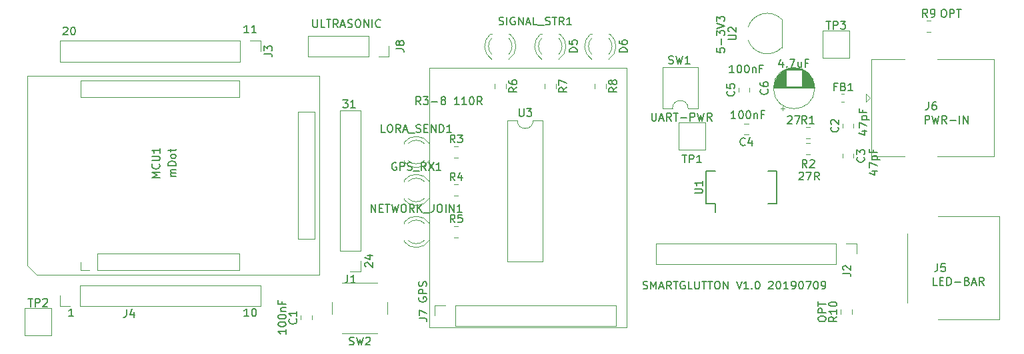
<source format=gbr>
%TF.GenerationSoftware,KiCad,Pcbnew,(5.1.0)-1*%
%TF.CreationDate,2019-07-09T03:29:53+01:00*%
%TF.ProjectId,SmartGluttonV1,536d6172-7447-46c7-9574-746f6e56312e,1.0*%
%TF.SameCoordinates,Original*%
%TF.FileFunction,Legend,Top*%
%TF.FilePolarity,Positive*%
%FSLAX46Y46*%
G04 Gerber Fmt 4.6, Leading zero omitted, Abs format (unit mm)*
G04 Created by KiCad (PCBNEW (5.1.0)-1) date 2019-07-09 03:29:53*
%MOMM*%
%LPD*%
G04 APERTURE LIST*
%ADD10C,0.150000*%
%ADD11C,0.120000*%
G04 APERTURE END LIST*
D10*
X170867580Y-71435220D02*
X170296152Y-71435220D01*
X170581866Y-71435220D02*
X170581866Y-70435220D01*
X170486628Y-70578078D01*
X170391390Y-70673316D01*
X170296152Y-70720935D01*
X171486628Y-70435220D02*
X171581866Y-70435220D01*
X171677104Y-70482840D01*
X171724723Y-70530459D01*
X171772342Y-70625697D01*
X171819961Y-70816173D01*
X171819961Y-71054268D01*
X171772342Y-71244744D01*
X171724723Y-71339982D01*
X171677104Y-71387601D01*
X171581866Y-71435220D01*
X171486628Y-71435220D01*
X171391390Y-71387601D01*
X171343771Y-71339982D01*
X171296152Y-71244744D01*
X171248533Y-71054268D01*
X171248533Y-70816173D01*
X171296152Y-70625697D01*
X171343771Y-70530459D01*
X171391390Y-70482840D01*
X171486628Y-70435220D01*
X172439009Y-70435220D02*
X172534247Y-70435220D01*
X172629485Y-70482840D01*
X172677104Y-70530459D01*
X172724723Y-70625697D01*
X172772342Y-70816173D01*
X172772342Y-71054268D01*
X172724723Y-71244744D01*
X172677104Y-71339982D01*
X172629485Y-71387601D01*
X172534247Y-71435220D01*
X172439009Y-71435220D01*
X172343771Y-71387601D01*
X172296152Y-71339982D01*
X172248533Y-71244744D01*
X172200914Y-71054268D01*
X172200914Y-70816173D01*
X172248533Y-70625697D01*
X172296152Y-70530459D01*
X172343771Y-70482840D01*
X172439009Y-70435220D01*
X173200914Y-70768554D02*
X173200914Y-71435220D01*
X173200914Y-70863792D02*
X173248533Y-70816173D01*
X173343771Y-70768554D01*
X173486628Y-70768554D01*
X173581866Y-70816173D01*
X173629485Y-70911411D01*
X173629485Y-71435220D01*
X174439009Y-70911411D02*
X174105676Y-70911411D01*
X174105676Y-71435220D02*
X174105676Y-70435220D01*
X174581866Y-70435220D01*
X197209849Y-57547260D02*
X197400325Y-57547260D01*
X197495563Y-57594880D01*
X197590801Y-57690118D01*
X197638420Y-57880594D01*
X197638420Y-58213927D01*
X197590801Y-58404403D01*
X197495563Y-58499641D01*
X197400325Y-58547260D01*
X197209849Y-58547260D01*
X197114611Y-58499641D01*
X197019373Y-58404403D01*
X196971754Y-58213927D01*
X196971754Y-57880594D01*
X197019373Y-57690118D01*
X197114611Y-57594880D01*
X197209849Y-57547260D01*
X198066992Y-58547260D02*
X198066992Y-57547260D01*
X198447944Y-57547260D01*
X198543182Y-57594880D01*
X198590801Y-57642499D01*
X198638420Y-57737737D01*
X198638420Y-57880594D01*
X198590801Y-57975832D01*
X198543182Y-58023451D01*
X198447944Y-58071070D01*
X198066992Y-58071070D01*
X198924135Y-57547260D02*
X199495563Y-57547260D01*
X199209849Y-58547260D02*
X199209849Y-57547260D01*
X130875851Y-69657220D02*
X130542518Y-69181030D01*
X130304422Y-69657220D02*
X130304422Y-68657220D01*
X130685375Y-68657220D01*
X130780613Y-68704840D01*
X130828232Y-68752459D01*
X130875851Y-68847697D01*
X130875851Y-68990554D01*
X130828232Y-69085792D01*
X130780613Y-69133411D01*
X130685375Y-69181030D01*
X130304422Y-69181030D01*
X131209184Y-68657220D02*
X131828232Y-68657220D01*
X131494899Y-69038173D01*
X131637756Y-69038173D01*
X131732994Y-69085792D01*
X131780613Y-69133411D01*
X131828232Y-69228649D01*
X131828232Y-69466744D01*
X131780613Y-69561982D01*
X131732994Y-69609601D01*
X131637756Y-69657220D01*
X131352041Y-69657220D01*
X131256803Y-69609601D01*
X131209184Y-69561982D01*
X132256803Y-69276268D02*
X133018708Y-69276268D01*
X133637756Y-69085792D02*
X133542518Y-69038173D01*
X133494899Y-68990554D01*
X133447280Y-68895316D01*
X133447280Y-68847697D01*
X133494899Y-68752459D01*
X133542518Y-68704840D01*
X133637756Y-68657220D01*
X133828232Y-68657220D01*
X133923470Y-68704840D01*
X133971089Y-68752459D01*
X134018708Y-68847697D01*
X134018708Y-68895316D01*
X133971089Y-68990554D01*
X133923470Y-69038173D01*
X133828232Y-69085792D01*
X133637756Y-69085792D01*
X133542518Y-69133411D01*
X133494899Y-69181030D01*
X133447280Y-69276268D01*
X133447280Y-69466744D01*
X133494899Y-69561982D01*
X133542518Y-69609601D01*
X133637756Y-69657220D01*
X133828232Y-69657220D01*
X133923470Y-69609601D01*
X133971089Y-69561982D01*
X134018708Y-69466744D01*
X134018708Y-69276268D01*
X133971089Y-69181030D01*
X133923470Y-69133411D01*
X133828232Y-69085792D01*
X135732994Y-69657220D02*
X135161565Y-69657220D01*
X135447280Y-69657220D02*
X135447280Y-68657220D01*
X135352041Y-68800078D01*
X135256803Y-68895316D01*
X135161565Y-68942935D01*
X136685375Y-69657220D02*
X136113946Y-69657220D01*
X136399660Y-69657220D02*
X136399660Y-68657220D01*
X136304422Y-68800078D01*
X136209184Y-68895316D01*
X136113946Y-68942935D01*
X137304422Y-68657220D02*
X137399660Y-68657220D01*
X137494899Y-68704840D01*
X137542518Y-68752459D01*
X137590137Y-68847697D01*
X137637756Y-69038173D01*
X137637756Y-69276268D01*
X137590137Y-69466744D01*
X137542518Y-69561982D01*
X137494899Y-69609601D01*
X137399660Y-69657220D01*
X137304422Y-69657220D01*
X137209184Y-69609601D01*
X137161565Y-69561982D01*
X137113946Y-69466744D01*
X137066327Y-69276268D01*
X137066327Y-69038173D01*
X137113946Y-68847697D01*
X137161565Y-68752459D01*
X137209184Y-68704840D01*
X137304422Y-68657220D01*
X138637756Y-69657220D02*
X138304422Y-69181030D01*
X138066327Y-69657220D02*
X138066327Y-68657220D01*
X138447280Y-68657220D01*
X138542518Y-68704840D01*
X138590137Y-68752459D01*
X138637756Y-68847697D01*
X138637756Y-68990554D01*
X138590137Y-69085792D01*
X138542518Y-69133411D01*
X138447280Y-69181030D01*
X138066327Y-69181030D01*
X113756700Y-98265739D02*
X113756700Y-98837167D01*
X113756700Y-98551453D02*
X112756700Y-98551453D01*
X112899558Y-98646691D01*
X112994796Y-98741929D01*
X113042415Y-98837167D01*
X112756700Y-97646691D02*
X112756700Y-97551453D01*
X112804320Y-97456215D01*
X112851939Y-97408596D01*
X112947177Y-97360977D01*
X113137653Y-97313358D01*
X113375748Y-97313358D01*
X113566224Y-97360977D01*
X113661462Y-97408596D01*
X113709081Y-97456215D01*
X113756700Y-97551453D01*
X113756700Y-97646691D01*
X113709081Y-97741929D01*
X113661462Y-97789548D01*
X113566224Y-97837167D01*
X113375748Y-97884786D01*
X113137653Y-97884786D01*
X112947177Y-97837167D01*
X112851939Y-97789548D01*
X112804320Y-97741929D01*
X112756700Y-97646691D01*
X112756700Y-96694310D02*
X112756700Y-96599072D01*
X112804320Y-96503834D01*
X112851939Y-96456215D01*
X112947177Y-96408596D01*
X113137653Y-96360977D01*
X113375748Y-96360977D01*
X113566224Y-96408596D01*
X113661462Y-96456215D01*
X113709081Y-96503834D01*
X113756700Y-96599072D01*
X113756700Y-96694310D01*
X113709081Y-96789548D01*
X113661462Y-96837167D01*
X113566224Y-96884786D01*
X113375748Y-96932405D01*
X113137653Y-96932405D01*
X112947177Y-96884786D01*
X112851939Y-96837167D01*
X112804320Y-96789548D01*
X112756700Y-96694310D01*
X113090034Y-95932405D02*
X113756700Y-95932405D01*
X113185272Y-95932405D02*
X113137653Y-95884786D01*
X113090034Y-95789548D01*
X113090034Y-95646691D01*
X113137653Y-95551453D01*
X113232891Y-95503834D01*
X113756700Y-95503834D01*
X113232891Y-94694310D02*
X113232891Y-95027643D01*
X113756700Y-95027643D02*
X112756700Y-95027643D01*
X112756700Y-94551453D01*
X181331620Y-97018670D02*
X181331620Y-96828194D01*
X181379240Y-96732956D01*
X181474478Y-96637718D01*
X181664954Y-96590099D01*
X181998287Y-96590099D01*
X182188763Y-96637718D01*
X182284001Y-96732956D01*
X182331620Y-96828194D01*
X182331620Y-97018670D01*
X182284001Y-97113908D01*
X182188763Y-97209146D01*
X181998287Y-97256765D01*
X181664954Y-97256765D01*
X181474478Y-97209146D01*
X181379240Y-97113908D01*
X181331620Y-97018670D01*
X182331620Y-96161527D02*
X181331620Y-96161527D01*
X181331620Y-95780575D01*
X181379240Y-95685337D01*
X181426859Y-95637718D01*
X181522097Y-95590099D01*
X181664954Y-95590099D01*
X181760192Y-95637718D01*
X181807811Y-95685337D01*
X181855430Y-95780575D01*
X181855430Y-96161527D01*
X181331620Y-95304384D02*
X181331620Y-94732956D01*
X182331620Y-95018670D02*
X181331620Y-95018670D01*
X177459735Y-71175619D02*
X177507354Y-71128000D01*
X177602592Y-71080380D01*
X177840687Y-71080380D01*
X177935925Y-71128000D01*
X177983544Y-71175619D01*
X178031163Y-71270857D01*
X178031163Y-71366095D01*
X177983544Y-71508952D01*
X177412116Y-72080380D01*
X178031163Y-72080380D01*
X178364497Y-71080380D02*
X179031163Y-71080380D01*
X178602592Y-72080380D01*
X178930775Y-78343499D02*
X178978394Y-78295880D01*
X179073632Y-78248260D01*
X179311727Y-78248260D01*
X179406965Y-78295880D01*
X179454584Y-78343499D01*
X179502203Y-78438737D01*
X179502203Y-78533975D01*
X179454584Y-78676832D01*
X178883156Y-79248260D01*
X179502203Y-79248260D01*
X179835537Y-78248260D02*
X180502203Y-78248260D01*
X180073632Y-79248260D01*
X181454584Y-79248260D02*
X181121251Y-78772070D01*
X180883156Y-79248260D02*
X180883156Y-78248260D01*
X181264108Y-78248260D01*
X181359346Y-78295880D01*
X181406965Y-78343499D01*
X181454584Y-78438737D01*
X181454584Y-78581594D01*
X181406965Y-78676832D01*
X181359346Y-78724451D01*
X181264108Y-78772070D01*
X180883156Y-78772070D01*
X186877034Y-73023266D02*
X187543700Y-73023266D01*
X186496081Y-73261361D02*
X187210367Y-73499457D01*
X187210367Y-72880409D01*
X186543700Y-72594695D02*
X186543700Y-71928028D01*
X187543700Y-72356600D01*
X186877034Y-71547076D02*
X187877034Y-71547076D01*
X186924653Y-71547076D02*
X186877034Y-71451838D01*
X186877034Y-71261361D01*
X186924653Y-71166123D01*
X186972272Y-71118504D01*
X187067510Y-71070885D01*
X187353224Y-71070885D01*
X187448462Y-71118504D01*
X187496081Y-71166123D01*
X187543700Y-71261361D01*
X187543700Y-71451838D01*
X187496081Y-71547076D01*
X187019891Y-70308980D02*
X187019891Y-70642314D01*
X187543700Y-70642314D02*
X186543700Y-70642314D01*
X186543700Y-70166123D01*
X188202914Y-78133746D02*
X188869580Y-78133746D01*
X187821961Y-78371841D02*
X188536247Y-78609937D01*
X188536247Y-77990889D01*
X187869580Y-77705175D02*
X187869580Y-77038508D01*
X188869580Y-77467080D01*
X188202914Y-76657556D02*
X189202914Y-76657556D01*
X188250533Y-76657556D02*
X188202914Y-76562318D01*
X188202914Y-76371841D01*
X188250533Y-76276603D01*
X188298152Y-76228984D01*
X188393390Y-76181365D01*
X188679104Y-76181365D01*
X188774342Y-76228984D01*
X188821961Y-76276603D01*
X188869580Y-76371841D01*
X188869580Y-76562318D01*
X188821961Y-76657556D01*
X188345771Y-75419460D02*
X188345771Y-75752794D01*
X188869580Y-75752794D02*
X187869580Y-75752794D01*
X187869580Y-75276603D01*
X170664380Y-65603380D02*
X170092952Y-65603380D01*
X170378666Y-65603380D02*
X170378666Y-64603380D01*
X170283428Y-64746238D01*
X170188190Y-64841476D01*
X170092952Y-64889095D01*
X171283428Y-64603380D02*
X171378666Y-64603380D01*
X171473904Y-64651000D01*
X171521523Y-64698619D01*
X171569142Y-64793857D01*
X171616761Y-64984333D01*
X171616761Y-65222428D01*
X171569142Y-65412904D01*
X171521523Y-65508142D01*
X171473904Y-65555761D01*
X171378666Y-65603380D01*
X171283428Y-65603380D01*
X171188190Y-65555761D01*
X171140571Y-65508142D01*
X171092952Y-65412904D01*
X171045333Y-65222428D01*
X171045333Y-64984333D01*
X171092952Y-64793857D01*
X171140571Y-64698619D01*
X171188190Y-64651000D01*
X171283428Y-64603380D01*
X172235809Y-64603380D02*
X172331047Y-64603380D01*
X172426285Y-64651000D01*
X172473904Y-64698619D01*
X172521523Y-64793857D01*
X172569142Y-64984333D01*
X172569142Y-65222428D01*
X172521523Y-65412904D01*
X172473904Y-65508142D01*
X172426285Y-65555761D01*
X172331047Y-65603380D01*
X172235809Y-65603380D01*
X172140571Y-65555761D01*
X172092952Y-65508142D01*
X172045333Y-65412904D01*
X171997714Y-65222428D01*
X171997714Y-64984333D01*
X172045333Y-64793857D01*
X172092952Y-64698619D01*
X172140571Y-64651000D01*
X172235809Y-64603380D01*
X172997714Y-64936714D02*
X172997714Y-65603380D01*
X172997714Y-65031952D02*
X173045333Y-64984333D01*
X173140571Y-64936714D01*
X173283428Y-64936714D01*
X173378666Y-64984333D01*
X173426285Y-65079571D01*
X173426285Y-65603380D01*
X174235809Y-65079571D02*
X173902476Y-65079571D01*
X173902476Y-65603380D02*
X173902476Y-64603380D01*
X174378666Y-64603380D01*
X176832118Y-64235674D02*
X176832118Y-64902340D01*
X176594022Y-63854721D02*
X176355927Y-64569007D01*
X176974975Y-64569007D01*
X177355927Y-64807102D02*
X177403546Y-64854721D01*
X177355927Y-64902340D01*
X177308308Y-64854721D01*
X177355927Y-64807102D01*
X177355927Y-64902340D01*
X177736880Y-63902340D02*
X178403546Y-63902340D01*
X177974975Y-64902340D01*
X179213070Y-64235674D02*
X179213070Y-64902340D01*
X178784499Y-64235674D02*
X178784499Y-64759483D01*
X178832118Y-64854721D01*
X178927356Y-64902340D01*
X179070213Y-64902340D01*
X179165451Y-64854721D01*
X179213070Y-64807102D01*
X180022594Y-64378531D02*
X179689260Y-64378531D01*
X179689260Y-64902340D02*
X179689260Y-63902340D01*
X180165451Y-63902340D01*
X168469060Y-62472984D02*
X168469060Y-62949175D01*
X168945251Y-62996794D01*
X168897632Y-62949175D01*
X168850013Y-62853937D01*
X168850013Y-62615841D01*
X168897632Y-62520603D01*
X168945251Y-62472984D01*
X169040489Y-62425365D01*
X169278584Y-62425365D01*
X169373822Y-62472984D01*
X169421441Y-62520603D01*
X169469060Y-62615841D01*
X169469060Y-62853937D01*
X169421441Y-62949175D01*
X169373822Y-62996794D01*
X169088108Y-61996794D02*
X169088108Y-61234889D01*
X168469060Y-60853937D02*
X168469060Y-60234889D01*
X168850013Y-60568222D01*
X168850013Y-60425365D01*
X168897632Y-60330127D01*
X168945251Y-60282508D01*
X169040489Y-60234889D01*
X169278584Y-60234889D01*
X169373822Y-60282508D01*
X169421441Y-60330127D01*
X169469060Y-60425365D01*
X169469060Y-60711080D01*
X169421441Y-60806318D01*
X169373822Y-60853937D01*
X168469060Y-59949175D02*
X169469060Y-59615841D01*
X168469060Y-59282508D01*
X168469060Y-59044413D02*
X168469060Y-58425365D01*
X168850013Y-58758699D01*
X168850013Y-58615841D01*
X168897632Y-58520603D01*
X168945251Y-58472984D01*
X169040489Y-58425365D01*
X169278584Y-58425365D01*
X169373822Y-58472984D01*
X169421441Y-58520603D01*
X169469060Y-58615841D01*
X169469060Y-58901556D01*
X169421441Y-58996794D01*
X169373822Y-59044413D01*
X196460763Y-92639140D02*
X195984573Y-92639140D01*
X195984573Y-91639140D01*
X196794097Y-92115331D02*
X197127430Y-92115331D01*
X197270287Y-92639140D02*
X196794097Y-92639140D01*
X196794097Y-91639140D01*
X197270287Y-91639140D01*
X197698859Y-92639140D02*
X197698859Y-91639140D01*
X197936954Y-91639140D01*
X198079811Y-91686760D01*
X198175049Y-91781998D01*
X198222668Y-91877236D01*
X198270287Y-92067712D01*
X198270287Y-92210569D01*
X198222668Y-92401045D01*
X198175049Y-92496283D01*
X198079811Y-92591521D01*
X197936954Y-92639140D01*
X197698859Y-92639140D01*
X198698859Y-92258188D02*
X199460763Y-92258188D01*
X200270287Y-92115331D02*
X200413144Y-92162950D01*
X200460763Y-92210569D01*
X200508382Y-92305807D01*
X200508382Y-92448664D01*
X200460763Y-92543902D01*
X200413144Y-92591521D01*
X200317906Y-92639140D01*
X199936954Y-92639140D01*
X199936954Y-91639140D01*
X200270287Y-91639140D01*
X200365525Y-91686760D01*
X200413144Y-91734379D01*
X200460763Y-91829617D01*
X200460763Y-91924855D01*
X200413144Y-92020093D01*
X200365525Y-92067712D01*
X200270287Y-92115331D01*
X199936954Y-92115331D01*
X200889335Y-92353426D02*
X201365525Y-92353426D01*
X200794097Y-92639140D02*
X201127430Y-91639140D01*
X201460763Y-92639140D01*
X202365525Y-92639140D02*
X202032192Y-92162950D01*
X201794097Y-92639140D02*
X201794097Y-91639140D01*
X202175049Y-91639140D01*
X202270287Y-91686760D01*
X202317906Y-91734379D01*
X202365525Y-91829617D01*
X202365525Y-91972474D01*
X202317906Y-92067712D01*
X202270287Y-92115331D01*
X202175049Y-92162950D01*
X201794097Y-92162950D01*
X194928194Y-72060060D02*
X194928194Y-71060060D01*
X195309146Y-71060060D01*
X195404384Y-71107680D01*
X195452003Y-71155299D01*
X195499622Y-71250537D01*
X195499622Y-71393394D01*
X195452003Y-71488632D01*
X195404384Y-71536251D01*
X195309146Y-71583870D01*
X194928194Y-71583870D01*
X195832956Y-71060060D02*
X196071051Y-72060060D01*
X196261527Y-71345775D01*
X196452003Y-72060060D01*
X196690099Y-71060060D01*
X197642480Y-72060060D02*
X197309146Y-71583870D01*
X197071051Y-72060060D02*
X197071051Y-71060060D01*
X197452003Y-71060060D01*
X197547241Y-71107680D01*
X197594860Y-71155299D01*
X197642480Y-71250537D01*
X197642480Y-71393394D01*
X197594860Y-71488632D01*
X197547241Y-71536251D01*
X197452003Y-71583870D01*
X197071051Y-71583870D01*
X198071051Y-71679108D02*
X198832956Y-71679108D01*
X199309146Y-72060060D02*
X199309146Y-71060060D01*
X199785337Y-72060060D02*
X199785337Y-71060060D01*
X200356765Y-72060060D01*
X200356765Y-71060060D01*
X117180575Y-58832500D02*
X117180575Y-59642024D01*
X117228194Y-59737262D01*
X117275813Y-59784881D01*
X117371051Y-59832500D01*
X117561527Y-59832500D01*
X117656765Y-59784881D01*
X117704384Y-59737262D01*
X117752003Y-59642024D01*
X117752003Y-58832500D01*
X118704384Y-59832500D02*
X118228194Y-59832500D01*
X118228194Y-58832500D01*
X118894860Y-58832500D02*
X119466289Y-58832500D01*
X119180575Y-59832500D02*
X119180575Y-58832500D01*
X120371051Y-59832500D02*
X120037718Y-59356310D01*
X119799622Y-59832500D02*
X119799622Y-58832500D01*
X120180575Y-58832500D01*
X120275813Y-58880120D01*
X120323432Y-58927739D01*
X120371051Y-59022977D01*
X120371051Y-59165834D01*
X120323432Y-59261072D01*
X120275813Y-59308691D01*
X120180575Y-59356310D01*
X119799622Y-59356310D01*
X120752003Y-59546786D02*
X121228194Y-59546786D01*
X120656765Y-59832500D02*
X120990099Y-58832500D01*
X121323432Y-59832500D01*
X121609146Y-59784881D02*
X121752003Y-59832500D01*
X121990099Y-59832500D01*
X122085337Y-59784881D01*
X122132956Y-59737262D01*
X122180575Y-59642024D01*
X122180575Y-59546786D01*
X122132956Y-59451548D01*
X122085337Y-59403929D01*
X121990099Y-59356310D01*
X121799622Y-59308691D01*
X121704384Y-59261072D01*
X121656765Y-59213453D01*
X121609146Y-59118215D01*
X121609146Y-59022977D01*
X121656765Y-58927739D01*
X121704384Y-58880120D01*
X121799622Y-58832500D01*
X122037718Y-58832500D01*
X122180575Y-58880120D01*
X122799622Y-58832500D02*
X122990099Y-58832500D01*
X123085337Y-58880120D01*
X123180575Y-58975358D01*
X123228194Y-59165834D01*
X123228194Y-59499167D01*
X123180575Y-59689643D01*
X123085337Y-59784881D01*
X122990099Y-59832500D01*
X122799622Y-59832500D01*
X122704384Y-59784881D01*
X122609146Y-59689643D01*
X122561527Y-59499167D01*
X122561527Y-59165834D01*
X122609146Y-58975358D01*
X122704384Y-58880120D01*
X122799622Y-58832500D01*
X123656765Y-59832500D02*
X123656765Y-58832500D01*
X124228194Y-59832500D01*
X124228194Y-58832500D01*
X124704384Y-59832500D02*
X124704384Y-58832500D01*
X125752003Y-59737262D02*
X125704384Y-59784881D01*
X125561527Y-59832500D01*
X125466289Y-59832500D01*
X125323432Y-59784881D01*
X125228194Y-59689643D01*
X125180575Y-59594405D01*
X125132956Y-59403929D01*
X125132956Y-59261072D01*
X125180575Y-59070596D01*
X125228194Y-58975358D01*
X125323432Y-58880120D01*
X125466289Y-58832500D01*
X125561527Y-58832500D01*
X125704384Y-58880120D01*
X125752003Y-58927739D01*
X160201765Y-70724780D02*
X160201765Y-71534304D01*
X160249384Y-71629542D01*
X160297003Y-71677161D01*
X160392241Y-71724780D01*
X160582718Y-71724780D01*
X160677956Y-71677161D01*
X160725575Y-71629542D01*
X160773194Y-71534304D01*
X160773194Y-70724780D01*
X161201765Y-71439066D02*
X161677956Y-71439066D01*
X161106527Y-71724780D02*
X161439860Y-70724780D01*
X161773194Y-71724780D01*
X162677956Y-71724780D02*
X162344622Y-71248590D01*
X162106527Y-71724780D02*
X162106527Y-70724780D01*
X162487480Y-70724780D01*
X162582718Y-70772400D01*
X162630337Y-70820019D01*
X162677956Y-70915257D01*
X162677956Y-71058114D01*
X162630337Y-71153352D01*
X162582718Y-71200971D01*
X162487480Y-71248590D01*
X162106527Y-71248590D01*
X162963670Y-70724780D02*
X163535099Y-70724780D01*
X163249384Y-71724780D02*
X163249384Y-70724780D01*
X163868432Y-71343828D02*
X164630337Y-71343828D01*
X165106527Y-71724780D02*
X165106527Y-70724780D01*
X165487480Y-70724780D01*
X165582718Y-70772400D01*
X165630337Y-70820019D01*
X165677956Y-70915257D01*
X165677956Y-71058114D01*
X165630337Y-71153352D01*
X165582718Y-71200971D01*
X165487480Y-71248590D01*
X165106527Y-71248590D01*
X166011289Y-70724780D02*
X166249384Y-71724780D01*
X166439860Y-71010495D01*
X166630337Y-71724780D01*
X166868432Y-70724780D01*
X167820813Y-71724780D02*
X167487480Y-71248590D01*
X167249384Y-71724780D02*
X167249384Y-70724780D01*
X167630337Y-70724780D01*
X167725575Y-70772400D01*
X167773194Y-70820019D01*
X167820813Y-70915257D01*
X167820813Y-71058114D01*
X167773194Y-71153352D01*
X167725575Y-71200971D01*
X167630337Y-71248590D01*
X167249384Y-71248590D01*
X130655440Y-94196445D02*
X130607820Y-94291683D01*
X130607820Y-94434540D01*
X130655440Y-94577398D01*
X130750678Y-94672636D01*
X130845916Y-94720255D01*
X131036392Y-94767874D01*
X131179249Y-94767874D01*
X131369725Y-94720255D01*
X131464963Y-94672636D01*
X131560201Y-94577398D01*
X131607820Y-94434540D01*
X131607820Y-94339302D01*
X131560201Y-94196445D01*
X131512582Y-94148826D01*
X131179249Y-94148826D01*
X131179249Y-94339302D01*
X131607820Y-93720255D02*
X130607820Y-93720255D01*
X130607820Y-93339302D01*
X130655440Y-93244064D01*
X130703059Y-93196445D01*
X130798297Y-93148826D01*
X130941154Y-93148826D01*
X131036392Y-93196445D01*
X131084011Y-93244064D01*
X131131630Y-93339302D01*
X131131630Y-93720255D01*
X131560201Y-92767874D02*
X131607820Y-92625017D01*
X131607820Y-92386921D01*
X131560201Y-92291683D01*
X131512582Y-92244064D01*
X131417344Y-92196445D01*
X131322106Y-92196445D01*
X131226868Y-92244064D01*
X131179249Y-92291683D01*
X131131630Y-92386921D01*
X131084011Y-92577398D01*
X131036392Y-92672636D01*
X130988773Y-92720255D01*
X130893535Y-92767874D01*
X130798297Y-92767874D01*
X130703059Y-92720255D01*
X130655440Y-92672636D01*
X130607820Y-92577398D01*
X130607820Y-92339302D01*
X130655440Y-92196445D01*
X99786700Y-78760746D02*
X99120034Y-78760746D01*
X99215272Y-78760746D02*
X99167653Y-78713127D01*
X99120034Y-78617889D01*
X99120034Y-78475032D01*
X99167653Y-78379794D01*
X99262891Y-78332175D01*
X99786700Y-78332175D01*
X99262891Y-78332175D02*
X99167653Y-78284556D01*
X99120034Y-78189318D01*
X99120034Y-78046460D01*
X99167653Y-77951222D01*
X99262891Y-77903603D01*
X99786700Y-77903603D01*
X99786700Y-77427413D02*
X98786700Y-77427413D01*
X98786700Y-77189318D01*
X98834320Y-77046460D01*
X98929558Y-76951222D01*
X99024796Y-76903603D01*
X99215272Y-76855984D01*
X99358129Y-76855984D01*
X99548605Y-76903603D01*
X99643843Y-76951222D01*
X99739081Y-77046460D01*
X99786700Y-77189318D01*
X99786700Y-77427413D01*
X99786700Y-76284556D02*
X99739081Y-76379794D01*
X99691462Y-76427413D01*
X99596224Y-76475032D01*
X99310510Y-76475032D01*
X99215272Y-76427413D01*
X99167653Y-76379794D01*
X99120034Y-76284556D01*
X99120034Y-76141699D01*
X99167653Y-76046460D01*
X99215272Y-75998841D01*
X99310510Y-75951222D01*
X99596224Y-75951222D01*
X99691462Y-75998841D01*
X99739081Y-76046460D01*
X99786700Y-76141699D01*
X99786700Y-76284556D01*
X99120034Y-75665508D02*
X99120034Y-75284556D01*
X98786700Y-75522651D02*
X99643843Y-75522651D01*
X99739081Y-75475032D01*
X99786700Y-75379794D01*
X99786700Y-75284556D01*
X159108001Y-93079201D02*
X159250859Y-93126820D01*
X159488954Y-93126820D01*
X159584192Y-93079201D01*
X159631811Y-93031582D01*
X159679430Y-92936344D01*
X159679430Y-92841106D01*
X159631811Y-92745868D01*
X159584192Y-92698249D01*
X159488954Y-92650630D01*
X159298478Y-92603011D01*
X159203240Y-92555392D01*
X159155620Y-92507773D01*
X159108001Y-92412535D01*
X159108001Y-92317297D01*
X159155620Y-92222059D01*
X159203240Y-92174440D01*
X159298478Y-92126820D01*
X159536573Y-92126820D01*
X159679430Y-92174440D01*
X160108001Y-93126820D02*
X160108001Y-92126820D01*
X160441335Y-92841106D01*
X160774668Y-92126820D01*
X160774668Y-93126820D01*
X161203240Y-92841106D02*
X161679430Y-92841106D01*
X161108001Y-93126820D02*
X161441335Y-92126820D01*
X161774668Y-93126820D01*
X162679430Y-93126820D02*
X162346097Y-92650630D01*
X162108001Y-93126820D02*
X162108001Y-92126820D01*
X162488954Y-92126820D01*
X162584192Y-92174440D01*
X162631811Y-92222059D01*
X162679430Y-92317297D01*
X162679430Y-92460154D01*
X162631811Y-92555392D01*
X162584192Y-92603011D01*
X162488954Y-92650630D01*
X162108001Y-92650630D01*
X162965144Y-92126820D02*
X163536573Y-92126820D01*
X163250859Y-93126820D02*
X163250859Y-92126820D01*
X164393716Y-92174440D02*
X164298478Y-92126820D01*
X164155620Y-92126820D01*
X164012763Y-92174440D01*
X163917525Y-92269678D01*
X163869906Y-92364916D01*
X163822287Y-92555392D01*
X163822287Y-92698249D01*
X163869906Y-92888725D01*
X163917525Y-92983963D01*
X164012763Y-93079201D01*
X164155620Y-93126820D01*
X164250859Y-93126820D01*
X164393716Y-93079201D01*
X164441335Y-93031582D01*
X164441335Y-92698249D01*
X164250859Y-92698249D01*
X165346097Y-93126820D02*
X164869906Y-93126820D01*
X164869906Y-92126820D01*
X165679430Y-92126820D02*
X165679430Y-92936344D01*
X165727049Y-93031582D01*
X165774668Y-93079201D01*
X165869906Y-93126820D01*
X166060382Y-93126820D01*
X166155620Y-93079201D01*
X166203240Y-93031582D01*
X166250859Y-92936344D01*
X166250859Y-92126820D01*
X166584192Y-92126820D02*
X167155620Y-92126820D01*
X166869906Y-93126820D02*
X166869906Y-92126820D01*
X167346097Y-92126820D02*
X167917525Y-92126820D01*
X167631811Y-93126820D02*
X167631811Y-92126820D01*
X168441335Y-92126820D02*
X168631811Y-92126820D01*
X168727049Y-92174440D01*
X168822287Y-92269678D01*
X168869906Y-92460154D01*
X168869906Y-92793487D01*
X168822287Y-92983963D01*
X168727049Y-93079201D01*
X168631811Y-93126820D01*
X168441335Y-93126820D01*
X168346097Y-93079201D01*
X168250859Y-92983963D01*
X168203240Y-92793487D01*
X168203240Y-92460154D01*
X168250859Y-92269678D01*
X168346097Y-92174440D01*
X168441335Y-92126820D01*
X169298478Y-93126820D02*
X169298478Y-92126820D01*
X169869906Y-93126820D01*
X169869906Y-92126820D01*
X170965144Y-92126820D02*
X171298478Y-93126820D01*
X171631811Y-92126820D01*
X172488954Y-93126820D02*
X171917525Y-93126820D01*
X172203239Y-93126820D02*
X172203239Y-92126820D01*
X172108001Y-92269678D01*
X172012763Y-92364916D01*
X171917525Y-92412535D01*
X172917525Y-93031582D02*
X172965144Y-93079201D01*
X172917525Y-93126820D01*
X172869906Y-93079201D01*
X172917525Y-93031582D01*
X172917525Y-93126820D01*
X173584192Y-92126820D02*
X173679430Y-92126820D01*
X173774668Y-92174440D01*
X173822287Y-92222059D01*
X173869906Y-92317297D01*
X173917525Y-92507773D01*
X173917525Y-92745868D01*
X173869906Y-92936344D01*
X173822287Y-93031582D01*
X173774668Y-93079201D01*
X173679430Y-93126820D01*
X173584192Y-93126820D01*
X173488954Y-93079201D01*
X173441335Y-93031582D01*
X173393716Y-92936344D01*
X173346097Y-92745868D01*
X173346097Y-92507773D01*
X173393716Y-92317297D01*
X173441335Y-92222059D01*
X173488954Y-92174440D01*
X173584192Y-92126820D01*
X175060382Y-92222059D02*
X175108001Y-92174440D01*
X175203239Y-92126820D01*
X175441335Y-92126820D01*
X175536573Y-92174440D01*
X175584192Y-92222059D01*
X175631811Y-92317297D01*
X175631811Y-92412535D01*
X175584192Y-92555392D01*
X175012763Y-93126820D01*
X175631811Y-93126820D01*
X176250859Y-92126820D02*
X176346097Y-92126820D01*
X176441335Y-92174440D01*
X176488954Y-92222059D01*
X176536573Y-92317297D01*
X176584192Y-92507773D01*
X176584192Y-92745868D01*
X176536573Y-92936344D01*
X176488954Y-93031582D01*
X176441335Y-93079201D01*
X176346097Y-93126820D01*
X176250859Y-93126820D01*
X176155620Y-93079201D01*
X176108001Y-93031582D01*
X176060382Y-92936344D01*
X176012763Y-92745868D01*
X176012763Y-92507773D01*
X176060382Y-92317297D01*
X176108001Y-92222059D01*
X176155620Y-92174440D01*
X176250859Y-92126820D01*
X177536573Y-93126820D02*
X176965144Y-93126820D01*
X177250859Y-93126820D02*
X177250859Y-92126820D01*
X177155620Y-92269678D01*
X177060382Y-92364916D01*
X176965144Y-92412535D01*
X178012763Y-93126820D02*
X178203239Y-93126820D01*
X178298478Y-93079201D01*
X178346097Y-93031582D01*
X178441335Y-92888725D01*
X178488954Y-92698249D01*
X178488954Y-92317297D01*
X178441335Y-92222059D01*
X178393716Y-92174440D01*
X178298478Y-92126820D01*
X178108001Y-92126820D01*
X178012763Y-92174440D01*
X177965144Y-92222059D01*
X177917525Y-92317297D01*
X177917525Y-92555392D01*
X177965144Y-92650630D01*
X178012763Y-92698249D01*
X178108001Y-92745868D01*
X178298478Y-92745868D01*
X178393716Y-92698249D01*
X178441335Y-92650630D01*
X178488954Y-92555392D01*
X179108001Y-92126820D02*
X179203239Y-92126820D01*
X179298478Y-92174440D01*
X179346097Y-92222059D01*
X179393716Y-92317297D01*
X179441335Y-92507773D01*
X179441335Y-92745868D01*
X179393716Y-92936344D01*
X179346097Y-93031582D01*
X179298478Y-93079201D01*
X179203239Y-93126820D01*
X179108001Y-93126820D01*
X179012763Y-93079201D01*
X178965144Y-93031582D01*
X178917525Y-92936344D01*
X178869906Y-92745868D01*
X178869906Y-92507773D01*
X178917525Y-92317297D01*
X178965144Y-92222059D01*
X179012763Y-92174440D01*
X179108001Y-92126820D01*
X179774668Y-92126820D02*
X180441335Y-92126820D01*
X180012763Y-93126820D01*
X181012763Y-92126820D02*
X181108001Y-92126820D01*
X181203239Y-92174440D01*
X181250859Y-92222059D01*
X181298478Y-92317297D01*
X181346097Y-92507773D01*
X181346097Y-92745868D01*
X181298478Y-92936344D01*
X181250859Y-93031582D01*
X181203239Y-93079201D01*
X181108001Y-93126820D01*
X181012763Y-93126820D01*
X180917525Y-93079201D01*
X180869906Y-93031582D01*
X180822287Y-92936344D01*
X180774668Y-92745868D01*
X180774668Y-92507773D01*
X180822287Y-92317297D01*
X180869906Y-92222059D01*
X180917525Y-92174440D01*
X181012763Y-92126820D01*
X181822287Y-93126820D02*
X182012763Y-93126820D01*
X182108001Y-93079201D01*
X182155620Y-93031582D01*
X182250859Y-92888725D01*
X182298478Y-92698249D01*
X182298478Y-92317297D01*
X182250859Y-92222059D01*
X182203239Y-92174440D01*
X182108001Y-92126820D01*
X181917525Y-92126820D01*
X181822287Y-92174440D01*
X181774668Y-92222059D01*
X181727049Y-92317297D01*
X181727049Y-92555392D01*
X181774668Y-92650630D01*
X181822287Y-92698249D01*
X181917525Y-92745868D01*
X182108001Y-92745868D01*
X182203239Y-92698249D01*
X182250859Y-92650630D01*
X182298478Y-92555392D01*
X120983476Y-69048380D02*
X121602523Y-69048380D01*
X121269190Y-69429333D01*
X121412047Y-69429333D01*
X121507285Y-69476952D01*
X121554904Y-69524571D01*
X121602523Y-69619809D01*
X121602523Y-69857904D01*
X121554904Y-69953142D01*
X121507285Y-70000761D01*
X121412047Y-70048380D01*
X121126333Y-70048380D01*
X121031095Y-70000761D01*
X120983476Y-69953142D01*
X122554904Y-70048380D02*
X121983476Y-70048380D01*
X122269190Y-70048380D02*
X122269190Y-69048380D01*
X122173952Y-69191238D01*
X122078714Y-69286476D01*
X121983476Y-69334095D01*
X123880619Y-90296904D02*
X123833000Y-90249285D01*
X123785380Y-90154047D01*
X123785380Y-89915952D01*
X123833000Y-89820714D01*
X123880619Y-89773095D01*
X123975857Y-89725476D01*
X124071095Y-89725476D01*
X124213952Y-89773095D01*
X124785380Y-90344523D01*
X124785380Y-89725476D01*
X124118714Y-88868333D02*
X124785380Y-88868333D01*
X123737761Y-89106428D02*
X124452047Y-89344523D01*
X124452047Y-88725476D01*
X85471095Y-59872619D02*
X85518714Y-59825000D01*
X85613952Y-59777380D01*
X85852047Y-59777380D01*
X85947285Y-59825000D01*
X85994904Y-59872619D01*
X86042523Y-59967857D01*
X86042523Y-60063095D01*
X85994904Y-60205952D01*
X85423476Y-60777380D01*
X86042523Y-60777380D01*
X86661571Y-59777380D02*
X86756809Y-59777380D01*
X86852047Y-59825000D01*
X86899666Y-59872619D01*
X86947285Y-59967857D01*
X86994904Y-60158333D01*
X86994904Y-60396428D01*
X86947285Y-60586904D01*
X86899666Y-60682142D01*
X86852047Y-60729761D01*
X86756809Y-60777380D01*
X86661571Y-60777380D01*
X86566333Y-60729761D01*
X86518714Y-60682142D01*
X86471095Y-60586904D01*
X86423476Y-60396428D01*
X86423476Y-60158333D01*
X86471095Y-59967857D01*
X86518714Y-59872619D01*
X86566333Y-59825000D01*
X86661571Y-59777380D01*
X109029523Y-60523380D02*
X108458095Y-60523380D01*
X108743809Y-60523380D02*
X108743809Y-59523380D01*
X108648571Y-59666238D01*
X108553333Y-59761476D01*
X108458095Y-59809095D01*
X109981904Y-60523380D02*
X109410476Y-60523380D01*
X109696190Y-60523380D02*
X109696190Y-59523380D01*
X109600952Y-59666238D01*
X109505714Y-59761476D01*
X109410476Y-59809095D01*
X109029523Y-96591380D02*
X108458095Y-96591380D01*
X108743809Y-96591380D02*
X108743809Y-95591380D01*
X108648571Y-95734238D01*
X108553333Y-95829476D01*
X108458095Y-95877095D01*
X109648571Y-95591380D02*
X109743809Y-95591380D01*
X109839047Y-95639000D01*
X109886666Y-95686619D01*
X109934285Y-95781857D01*
X109981904Y-95972333D01*
X109981904Y-96210428D01*
X109934285Y-96400904D01*
X109886666Y-96496142D01*
X109839047Y-96543761D01*
X109743809Y-96591380D01*
X109648571Y-96591380D01*
X109553333Y-96543761D01*
X109505714Y-96496142D01*
X109458095Y-96400904D01*
X109410476Y-96210428D01*
X109410476Y-95972333D01*
X109458095Y-95781857D01*
X109505714Y-95686619D01*
X109553333Y-95639000D01*
X109648571Y-95591380D01*
X86772714Y-96591380D02*
X86201285Y-96591380D01*
X86487000Y-96591380D02*
X86487000Y-95591380D01*
X86391761Y-95734238D01*
X86296523Y-95829476D01*
X86201285Y-95877095D01*
D11*
X126836480Y-62214760D02*
X126836480Y-63544760D01*
X126836480Y-63544760D02*
X125506480Y-63544760D01*
X124236480Y-63544760D02*
X116556480Y-63544760D01*
X116556480Y-60884760D02*
X116556480Y-63544760D01*
X124236480Y-60884760D02*
X116556480Y-60884760D01*
X124236480Y-60884760D02*
X124236480Y-63544760D01*
X192372600Y-63898600D02*
X188112600Y-63898600D01*
X188112600Y-63898600D02*
X188112600Y-76218600D01*
X188112600Y-76218600D02*
X192372600Y-76218600D01*
X196472600Y-63898600D02*
X203712600Y-63898600D01*
X203712600Y-63898600D02*
X203712600Y-76218600D01*
X203712600Y-76218600D02*
X196472600Y-76218600D01*
X187892600Y-68808600D02*
X187392600Y-68308600D01*
X187392600Y-68308600D02*
X187392600Y-69308600D01*
X187392600Y-69308600D02*
X187892600Y-68808600D01*
X80910000Y-90140000D02*
X80910000Y-66040000D01*
X82110000Y-91340000D02*
X80910000Y-90140000D01*
X118010000Y-91340000D02*
X82110000Y-91340000D01*
X118010000Y-66040000D02*
X80910000Y-66040000D01*
X118010000Y-91340000D02*
X118010000Y-66040000D01*
X117390000Y-70600000D02*
X115270000Y-70600000D01*
X117390000Y-86720000D02*
X117390000Y-70600000D01*
X115270000Y-86720000D02*
X115270000Y-70600000D01*
X117390000Y-86720000D02*
X115270000Y-86720000D01*
X107830000Y-68730000D02*
X107830000Y-66610000D01*
X87710000Y-68730000D02*
X87710000Y-66610000D01*
X87710000Y-68730000D02*
X107830000Y-68730000D01*
X87710000Y-66610000D02*
X107830000Y-66610000D01*
X107830000Y-90730000D02*
X107830000Y-88610000D01*
X89770000Y-90730000D02*
X107830000Y-90730000D01*
X89770000Y-88610000D02*
X107830000Y-88610000D01*
X89770000Y-90730000D02*
X89770000Y-88610000D01*
X88770000Y-90730000D02*
X87710000Y-90730000D01*
X87710000Y-90730000D02*
X87710000Y-89670000D01*
X204328800Y-83899400D02*
X204328800Y-96999400D01*
X196528800Y-96999400D02*
X204328800Y-96999400D01*
X196528800Y-83899400D02*
X204328800Y-83899400D01*
X192658800Y-86049400D02*
X192658800Y-94849400D01*
X185622000Y-96273252D02*
X185622000Y-95750748D01*
X184202000Y-96273252D02*
X184202000Y-95750748D01*
X181942000Y-63676000D02*
X181942000Y-60276000D01*
X185342000Y-63676000D02*
X181942000Y-63676000D01*
X185342000Y-60276000D02*
X185342000Y-63676000D01*
X181942000Y-60276000D02*
X185342000Y-60276000D01*
X80596000Y-98982000D02*
X80596000Y-95582000D01*
X83996000Y-98982000D02*
X80596000Y-98982000D01*
X83996000Y-95582000D02*
X83996000Y-98982000D01*
X80596000Y-95582000D02*
X83996000Y-95582000D01*
X163654000Y-75360000D02*
X163654000Y-71960000D01*
X167054000Y-75360000D02*
X163654000Y-75360000D01*
X167054000Y-71960000D02*
X167054000Y-75360000D01*
X163654000Y-71960000D02*
X167054000Y-71960000D01*
X186242000Y-87316000D02*
X186242000Y-88646000D01*
X184912000Y-87316000D02*
X186242000Y-87316000D01*
X183642000Y-87316000D02*
X183642000Y-89976000D01*
X183642000Y-89976000D02*
X160722000Y-89976000D01*
X183642000Y-87316000D02*
X160722000Y-87316000D01*
X160722000Y-87316000D02*
X160722000Y-89976000D01*
X123250000Y-90865000D02*
X121920000Y-90865000D01*
X123250000Y-89535000D02*
X123250000Y-90865000D01*
X123250000Y-88265000D02*
X120590000Y-88265000D01*
X120590000Y-88265000D02*
X120590000Y-70425000D01*
X123250000Y-88265000D02*
X123250000Y-70425000D01*
X123250000Y-70425000D02*
X120590000Y-70425000D01*
X156985000Y-98020000D02*
X131985000Y-98020000D01*
X156985000Y-65020000D02*
X156985000Y-98020000D01*
X131985000Y-65020000D02*
X156985000Y-65020000D01*
X131985000Y-98020000D02*
X131985000Y-65020000D01*
X132655000Y-96520000D02*
X132655000Y-95190000D01*
X132655000Y-95190000D02*
X133985000Y-95190000D01*
X135255000Y-95190000D02*
X155635000Y-95190000D01*
X155635000Y-97850000D02*
X155635000Y-95190000D01*
X135255000Y-97850000D02*
X155635000Y-97850000D01*
X135255000Y-97850000D02*
X135255000Y-95190000D01*
X146395000Y-71695000D02*
X145145000Y-71695000D01*
X146395000Y-89595000D02*
X146395000Y-71695000D01*
X141895000Y-89595000D02*
X146395000Y-89595000D01*
X141895000Y-71695000D02*
X141895000Y-89595000D01*
X143145000Y-71695000D02*
X141895000Y-71695000D01*
X145145000Y-71695000D02*
G75*
G02X143145000Y-71695000I-1000000J0D01*
G01*
X176706684Y-58795955D02*
G75*
G03X172429000Y-59824400I-1827684J-1808445D01*
G01*
X176720741Y-62416275D02*
G75*
G02X172429000Y-61424400I-1841741J1811875D01*
G01*
X176729000Y-62404400D02*
X176729000Y-58804400D01*
D10*
X168250100Y-82246600D02*
X168250100Y-83371600D01*
X176090100Y-82246600D02*
X176090100Y-78096600D01*
X167140100Y-82246600D02*
X167140100Y-78096600D01*
X176090100Y-82246600D02*
X174980100Y-82246600D01*
X176090100Y-78096600D02*
X174980100Y-78096600D01*
X167140100Y-78096600D02*
X168250100Y-78096600D01*
X168250100Y-82246600D02*
X167140100Y-82246600D01*
D11*
X119638000Y-94790000D02*
X119638000Y-96290000D01*
X120888000Y-98790000D02*
X125388000Y-98790000D01*
X126638000Y-96290000D02*
X126638000Y-94790000D01*
X125388000Y-92290000D02*
X120888000Y-92290000D01*
X161580000Y-70138600D02*
X162830000Y-70138600D01*
X161580000Y-64938600D02*
X161580000Y-70138600D01*
X166080000Y-64938600D02*
X161580000Y-64938600D01*
X166080000Y-70138600D02*
X166080000Y-64938600D01*
X164830000Y-70138600D02*
X166080000Y-70138600D01*
X162830000Y-70138600D02*
G75*
G02X164830000Y-70138600I1000000J0D01*
G01*
X195131948Y-60425400D02*
X195654452Y-60425400D01*
X195131948Y-59005400D02*
X195654452Y-59005400D01*
X152960000Y-67048748D02*
X152960000Y-67571252D01*
X154380000Y-67048748D02*
X154380000Y-67571252D01*
X146610000Y-67048748D02*
X146610000Y-67571252D01*
X148030000Y-67048748D02*
X148030000Y-67571252D01*
X140260000Y-67048748D02*
X140260000Y-67571252D01*
X141680000Y-67048748D02*
X141680000Y-67571252D01*
X135111748Y-86562000D02*
X135634252Y-86562000D01*
X135111748Y-85142000D02*
X135634252Y-85142000D01*
X135111748Y-81228000D02*
X135634252Y-81228000D01*
X135111748Y-79808000D02*
X135634252Y-79808000D01*
X135111748Y-76402000D02*
X135634252Y-76402000D01*
X135111748Y-74982000D02*
X135634252Y-74982000D01*
X179790348Y-75995600D02*
X180312852Y-75995600D01*
X179790348Y-74575600D02*
X180312852Y-74575600D01*
X179790348Y-73963600D02*
X180312852Y-73963600D01*
X179790348Y-72543600D02*
X180312852Y-72543600D01*
X85030000Y-95310000D02*
X85030000Y-93980000D01*
X86360000Y-95310000D02*
X85030000Y-95310000D01*
X87630000Y-95310000D02*
X87630000Y-92650000D01*
X87630000Y-92650000D02*
X110550000Y-92650000D01*
X87630000Y-95310000D02*
X110550000Y-95310000D01*
X110550000Y-95310000D02*
X110550000Y-92650000D01*
X110550000Y-61535000D02*
X110550000Y-62865000D01*
X109220000Y-61535000D02*
X110550000Y-61535000D01*
X107950000Y-61535000D02*
X107950000Y-64195000D01*
X107950000Y-64195000D02*
X85030000Y-64195000D01*
X107950000Y-61535000D02*
X85030000Y-61535000D01*
X85030000Y-61535000D02*
X85030000Y-64195000D01*
X184662867Y-68298600D02*
X184320333Y-68298600D01*
X184662867Y-69318600D02*
X184320333Y-69318600D01*
X152590000Y-60670000D02*
X152434000Y-60670000D01*
X154906000Y-60670000D02*
X154750000Y-60670000D01*
X152590163Y-63271130D02*
G75*
G02X152590000Y-61189039I1079837J1041130D01*
G01*
X154749837Y-63271130D02*
G75*
G03X154750000Y-61189039I-1079837J1041130D01*
G01*
X152591392Y-63902335D02*
G75*
G02X152434484Y-60670000I1078608J1672335D01*
G01*
X154748608Y-63902335D02*
G75*
G03X154905516Y-60670000I-1078608J1672335D01*
G01*
X146240000Y-60670000D02*
X146084000Y-60670000D01*
X148556000Y-60670000D02*
X148400000Y-60670000D01*
X146240163Y-63271130D02*
G75*
G02X146240000Y-61189039I1079837J1041130D01*
G01*
X148399837Y-63271130D02*
G75*
G03X148400000Y-61189039I-1079837J1041130D01*
G01*
X146241392Y-63902335D02*
G75*
G02X146084484Y-60670000I1078608J1672335D01*
G01*
X148398608Y-63902335D02*
G75*
G03X148555516Y-60670000I-1078608J1672335D01*
G01*
X139890000Y-60670000D02*
X139734000Y-60670000D01*
X142206000Y-60670000D02*
X142050000Y-60670000D01*
X139890163Y-63271130D02*
G75*
G02X139890000Y-61189039I1079837J1041130D01*
G01*
X142049837Y-63271130D02*
G75*
G03X142050000Y-61189039I-1079837J1041130D01*
G01*
X139891392Y-63902335D02*
G75*
G02X139734484Y-60670000I1078608J1672335D01*
G01*
X142048608Y-63902335D02*
G75*
G03X142205516Y-60670000I-1078608J1672335D01*
G01*
X128742000Y-86932000D02*
X128742000Y-87088000D01*
X128742000Y-84616000D02*
X128742000Y-84772000D01*
X131343130Y-86931837D02*
G75*
G02X129261039Y-86932000I-1041130J1079837D01*
G01*
X131343130Y-84772163D02*
G75*
G03X129261039Y-84772000I-1041130J-1079837D01*
G01*
X131974335Y-86930608D02*
G75*
G02X128742000Y-87087516I-1672335J1078608D01*
G01*
X131974335Y-84773392D02*
G75*
G03X128742000Y-84616484I-1672335J-1078608D01*
G01*
X128742000Y-81598000D02*
X128742000Y-81754000D01*
X128742000Y-79282000D02*
X128742000Y-79438000D01*
X131343130Y-81597837D02*
G75*
G02X129261039Y-81598000I-1041130J1079837D01*
G01*
X131343130Y-79438163D02*
G75*
G03X129261039Y-79438000I-1041130J-1079837D01*
G01*
X131974335Y-81596608D02*
G75*
G02X128742000Y-81753516I-1672335J1078608D01*
G01*
X131974335Y-79439392D02*
G75*
G03X128742000Y-79282484I-1672335J-1078608D01*
G01*
X128742000Y-76772000D02*
X128742000Y-76928000D01*
X128742000Y-74456000D02*
X128742000Y-74612000D01*
X131343130Y-76771837D02*
G75*
G02X129261039Y-76772000I-1041130J1079837D01*
G01*
X131343130Y-74612163D02*
G75*
G03X129261039Y-74612000I-1041130J-1079837D01*
G01*
X131974335Y-76770608D02*
G75*
G02X128742000Y-76927516I-1672335J1078608D01*
G01*
X131974335Y-74613392D02*
G75*
G03X128742000Y-74456484I-1672335J-1078608D01*
G01*
X176557600Y-70113375D02*
X177057600Y-70113375D01*
X176807600Y-70363375D02*
X176807600Y-69863375D01*
X177998600Y-64957600D02*
X178566600Y-64957600D01*
X177764600Y-64997600D02*
X178800600Y-64997600D01*
X177605600Y-65037600D02*
X178959600Y-65037600D01*
X177477600Y-65077600D02*
X179087600Y-65077600D01*
X177367600Y-65117600D02*
X179197600Y-65117600D01*
X177271600Y-65157600D02*
X179293600Y-65157600D01*
X177184600Y-65197600D02*
X179380600Y-65197600D01*
X177104600Y-65237600D02*
X179460600Y-65237600D01*
X179322600Y-65277600D02*
X179533600Y-65277600D01*
X177031600Y-65277600D02*
X177242600Y-65277600D01*
X179322600Y-65317600D02*
X179601600Y-65317600D01*
X176963600Y-65317600D02*
X177242600Y-65317600D01*
X179322600Y-65357600D02*
X179665600Y-65357600D01*
X176899600Y-65357600D02*
X177242600Y-65357600D01*
X179322600Y-65397600D02*
X179725600Y-65397600D01*
X176839600Y-65397600D02*
X177242600Y-65397600D01*
X179322600Y-65437600D02*
X179782600Y-65437600D01*
X176782600Y-65437600D02*
X177242600Y-65437600D01*
X179322600Y-65477600D02*
X179836600Y-65477600D01*
X176728600Y-65477600D02*
X177242600Y-65477600D01*
X179322600Y-65517600D02*
X179887600Y-65517600D01*
X176677600Y-65517600D02*
X177242600Y-65517600D01*
X179322600Y-65557600D02*
X179935600Y-65557600D01*
X176629600Y-65557600D02*
X177242600Y-65557600D01*
X179322600Y-65597600D02*
X179981600Y-65597600D01*
X176583600Y-65597600D02*
X177242600Y-65597600D01*
X179322600Y-65637600D02*
X180025600Y-65637600D01*
X176539600Y-65637600D02*
X177242600Y-65637600D01*
X179322600Y-65677600D02*
X180067600Y-65677600D01*
X176497600Y-65677600D02*
X177242600Y-65677600D01*
X179322600Y-65717600D02*
X180108600Y-65717600D01*
X176456600Y-65717600D02*
X177242600Y-65717600D01*
X179322600Y-65757600D02*
X180146600Y-65757600D01*
X176418600Y-65757600D02*
X177242600Y-65757600D01*
X179322600Y-65797600D02*
X180183600Y-65797600D01*
X176381600Y-65797600D02*
X177242600Y-65797600D01*
X179322600Y-65837600D02*
X180219600Y-65837600D01*
X176345600Y-65837600D02*
X177242600Y-65837600D01*
X179322600Y-65877600D02*
X180253600Y-65877600D01*
X176311600Y-65877600D02*
X177242600Y-65877600D01*
X179322600Y-65917600D02*
X180286600Y-65917600D01*
X176278600Y-65917600D02*
X177242600Y-65917600D01*
X179322600Y-65957600D02*
X180317600Y-65957600D01*
X176247600Y-65957600D02*
X177242600Y-65957600D01*
X179322600Y-65997600D02*
X180347600Y-65997600D01*
X176217600Y-65997600D02*
X177242600Y-65997600D01*
X179322600Y-66037600D02*
X180377600Y-66037600D01*
X176187600Y-66037600D02*
X177242600Y-66037600D01*
X179322600Y-66077600D02*
X180404600Y-66077600D01*
X176160600Y-66077600D02*
X177242600Y-66077600D01*
X179322600Y-66117600D02*
X180431600Y-66117600D01*
X176133600Y-66117600D02*
X177242600Y-66117600D01*
X179322600Y-66157600D02*
X180457600Y-66157600D01*
X176107600Y-66157600D02*
X177242600Y-66157600D01*
X179322600Y-66197600D02*
X180482600Y-66197600D01*
X176082600Y-66197600D02*
X177242600Y-66197600D01*
X179322600Y-66237600D02*
X180506600Y-66237600D01*
X176058600Y-66237600D02*
X177242600Y-66237600D01*
X179322600Y-66277600D02*
X180529600Y-66277600D01*
X176035600Y-66277600D02*
X177242600Y-66277600D01*
X179322600Y-66317600D02*
X180550600Y-66317600D01*
X176014600Y-66317600D02*
X177242600Y-66317600D01*
X179322600Y-66357600D02*
X180572600Y-66357600D01*
X175992600Y-66357600D02*
X177242600Y-66357600D01*
X179322600Y-66397600D02*
X180592600Y-66397600D01*
X175972600Y-66397600D02*
X177242600Y-66397600D01*
X179322600Y-66437600D02*
X180611600Y-66437600D01*
X175953600Y-66437600D02*
X177242600Y-66437600D01*
X179322600Y-66477600D02*
X180630600Y-66477600D01*
X175934600Y-66477600D02*
X177242600Y-66477600D01*
X179322600Y-66517600D02*
X180647600Y-66517600D01*
X175917600Y-66517600D02*
X177242600Y-66517600D01*
X179322600Y-66557600D02*
X180664600Y-66557600D01*
X175900600Y-66557600D02*
X177242600Y-66557600D01*
X179322600Y-66597600D02*
X180680600Y-66597600D01*
X175884600Y-66597600D02*
X177242600Y-66597600D01*
X179322600Y-66637600D02*
X180696600Y-66637600D01*
X175868600Y-66637600D02*
X177242600Y-66637600D01*
X179322600Y-66677600D02*
X180710600Y-66677600D01*
X175854600Y-66677600D02*
X177242600Y-66677600D01*
X179322600Y-66717600D02*
X180724600Y-66717600D01*
X175840600Y-66717600D02*
X177242600Y-66717600D01*
X179322600Y-66757600D02*
X180737600Y-66757600D01*
X175827600Y-66757600D02*
X177242600Y-66757600D01*
X179322600Y-66797600D02*
X180750600Y-66797600D01*
X175814600Y-66797600D02*
X177242600Y-66797600D01*
X179322600Y-66837600D02*
X180762600Y-66837600D01*
X175802600Y-66837600D02*
X177242600Y-66837600D01*
X179322600Y-66878600D02*
X180773600Y-66878600D01*
X175791600Y-66878600D02*
X177242600Y-66878600D01*
X179322600Y-66918600D02*
X180783600Y-66918600D01*
X175781600Y-66918600D02*
X177242600Y-66918600D01*
X179322600Y-66958600D02*
X180793600Y-66958600D01*
X175771600Y-66958600D02*
X177242600Y-66958600D01*
X179322600Y-66998600D02*
X180802600Y-66998600D01*
X175762600Y-66998600D02*
X177242600Y-66998600D01*
X179322600Y-67038600D02*
X180810600Y-67038600D01*
X175754600Y-67038600D02*
X177242600Y-67038600D01*
X179322600Y-67078600D02*
X180818600Y-67078600D01*
X175746600Y-67078600D02*
X177242600Y-67078600D01*
X179322600Y-67118600D02*
X180825600Y-67118600D01*
X175739600Y-67118600D02*
X177242600Y-67118600D01*
X179322600Y-67158600D02*
X180832600Y-67158600D01*
X175732600Y-67158600D02*
X177242600Y-67158600D01*
X179322600Y-67198600D02*
X180838600Y-67198600D01*
X175726600Y-67198600D02*
X177242600Y-67198600D01*
X179322600Y-67238600D02*
X180843600Y-67238600D01*
X175721600Y-67238600D02*
X177242600Y-67238600D01*
X179322600Y-67278600D02*
X180847600Y-67278600D01*
X175717600Y-67278600D02*
X177242600Y-67278600D01*
X179322600Y-67318600D02*
X180851600Y-67318600D01*
X175713600Y-67318600D02*
X177242600Y-67318600D01*
X175709600Y-67358600D02*
X180855600Y-67358600D01*
X175706600Y-67398600D02*
X180858600Y-67398600D01*
X175704600Y-67438600D02*
X180860600Y-67438600D01*
X175703600Y-67478600D02*
X180861600Y-67478600D01*
X175702600Y-67518600D02*
X180862600Y-67518600D01*
X175702600Y-67558600D02*
X180862600Y-67558600D01*
X180902600Y-67558600D02*
G75*
G03X180902600Y-67558600I-2620000J0D01*
G01*
X172642600Y-68044852D02*
X172642600Y-67522348D01*
X171222600Y-68044852D02*
X171222600Y-67522348D01*
X172489652Y-72061000D02*
X171967148Y-72061000D01*
X172489652Y-73481000D02*
X171967148Y-73481000D01*
X184430600Y-75922348D02*
X184430600Y-76444852D01*
X185850600Y-75922348D02*
X185850600Y-76444852D01*
X185850600Y-72616852D02*
X185850600Y-72094348D01*
X184430600Y-72616852D02*
X184430600Y-72094348D01*
X117042000Y-97026252D02*
X117042000Y-96503748D01*
X115622000Y-97026252D02*
X115622000Y-96503748D01*
D10*
X127728860Y-62548093D02*
X128443146Y-62548093D01*
X128586003Y-62595712D01*
X128681241Y-62690950D01*
X128728860Y-62833807D01*
X128728860Y-62929045D01*
X128157432Y-61929045D02*
X128109813Y-62024283D01*
X128062194Y-62071902D01*
X127966956Y-62119521D01*
X127919337Y-62119521D01*
X127824099Y-62071902D01*
X127776480Y-62024283D01*
X127728860Y-61929045D01*
X127728860Y-61738569D01*
X127776480Y-61643331D01*
X127824099Y-61595712D01*
X127919337Y-61548093D01*
X127966956Y-61548093D01*
X128062194Y-61595712D01*
X128109813Y-61643331D01*
X128157432Y-61738569D01*
X128157432Y-61929045D01*
X128205051Y-62024283D01*
X128252670Y-62071902D01*
X128347908Y-62119521D01*
X128538384Y-62119521D01*
X128633622Y-62071902D01*
X128681241Y-62024283D01*
X128728860Y-61929045D01*
X128728860Y-61738569D01*
X128681241Y-61643331D01*
X128633622Y-61595712D01*
X128538384Y-61548093D01*
X128347908Y-61548093D01*
X128252670Y-61595712D01*
X128205051Y-61643331D01*
X128157432Y-61738569D01*
X195373666Y-69302380D02*
X195373666Y-70016666D01*
X195326047Y-70159523D01*
X195230809Y-70254761D01*
X195087952Y-70302380D01*
X194992714Y-70302380D01*
X196278428Y-69302380D02*
X196087952Y-69302380D01*
X195992714Y-69350000D01*
X195945095Y-69397619D01*
X195849857Y-69540476D01*
X195802238Y-69730952D01*
X195802238Y-70111904D01*
X195849857Y-70207142D01*
X195897476Y-70254761D01*
X195992714Y-70302380D01*
X196183190Y-70302380D01*
X196278428Y-70254761D01*
X196326047Y-70207142D01*
X196373666Y-70111904D01*
X196373666Y-69873809D01*
X196326047Y-69778571D01*
X196278428Y-69730952D01*
X196183190Y-69683333D01*
X195992714Y-69683333D01*
X195897476Y-69730952D01*
X195849857Y-69778571D01*
X195802238Y-69873809D01*
X97734380Y-78922333D02*
X96734380Y-78922333D01*
X97448666Y-78589000D01*
X96734380Y-78255666D01*
X97734380Y-78255666D01*
X97639142Y-77208047D02*
X97686761Y-77255666D01*
X97734380Y-77398523D01*
X97734380Y-77493761D01*
X97686761Y-77636619D01*
X97591523Y-77731857D01*
X97496285Y-77779476D01*
X97305809Y-77827095D01*
X97162952Y-77827095D01*
X96972476Y-77779476D01*
X96877238Y-77731857D01*
X96782000Y-77636619D01*
X96734380Y-77493761D01*
X96734380Y-77398523D01*
X96782000Y-77255666D01*
X96829619Y-77208047D01*
X96734380Y-76779476D02*
X97543904Y-76779476D01*
X97639142Y-76731857D01*
X97686761Y-76684238D01*
X97734380Y-76589000D01*
X97734380Y-76398523D01*
X97686761Y-76303285D01*
X97639142Y-76255666D01*
X97543904Y-76208047D01*
X96734380Y-76208047D01*
X97734380Y-75208047D02*
X97734380Y-75779476D01*
X97734380Y-75493761D02*
X96734380Y-75493761D01*
X96877238Y-75589000D01*
X96972476Y-75684238D01*
X97020095Y-75779476D01*
X196516666Y-89876380D02*
X196516666Y-90590666D01*
X196469047Y-90733523D01*
X196373809Y-90828761D01*
X196230952Y-90876380D01*
X196135714Y-90876380D01*
X197469047Y-89876380D02*
X196992857Y-89876380D01*
X196945238Y-90352571D01*
X196992857Y-90304952D01*
X197088095Y-90257333D01*
X197326190Y-90257333D01*
X197421428Y-90304952D01*
X197469047Y-90352571D01*
X197516666Y-90447809D01*
X197516666Y-90685904D01*
X197469047Y-90781142D01*
X197421428Y-90828761D01*
X197326190Y-90876380D01*
X197088095Y-90876380D01*
X196992857Y-90828761D01*
X196945238Y-90781142D01*
X183714380Y-96654857D02*
X183238190Y-96988190D01*
X183714380Y-97226285D02*
X182714380Y-97226285D01*
X182714380Y-96845333D01*
X182762000Y-96750095D01*
X182809619Y-96702476D01*
X182904857Y-96654857D01*
X183047714Y-96654857D01*
X183142952Y-96702476D01*
X183190571Y-96750095D01*
X183238190Y-96845333D01*
X183238190Y-97226285D01*
X183714380Y-95702476D02*
X183714380Y-96273904D01*
X183714380Y-95988190D02*
X182714380Y-95988190D01*
X182857238Y-96083428D01*
X182952476Y-96178666D01*
X183000095Y-96273904D01*
X182714380Y-95083428D02*
X182714380Y-94988190D01*
X182762000Y-94892952D01*
X182809619Y-94845333D01*
X182904857Y-94797714D01*
X183095333Y-94750095D01*
X183333428Y-94750095D01*
X183523904Y-94797714D01*
X183619142Y-94845333D01*
X183666761Y-94892952D01*
X183714380Y-94988190D01*
X183714380Y-95083428D01*
X183666761Y-95178666D01*
X183619142Y-95226285D01*
X183523904Y-95273904D01*
X183333428Y-95321523D01*
X183095333Y-95321523D01*
X182904857Y-95273904D01*
X182809619Y-95226285D01*
X182762000Y-95178666D01*
X182714380Y-95083428D01*
X182380095Y-59030380D02*
X182951523Y-59030380D01*
X182665809Y-60030380D02*
X182665809Y-59030380D01*
X183284857Y-60030380D02*
X183284857Y-59030380D01*
X183665809Y-59030380D01*
X183761047Y-59078000D01*
X183808666Y-59125619D01*
X183856285Y-59220857D01*
X183856285Y-59363714D01*
X183808666Y-59458952D01*
X183761047Y-59506571D01*
X183665809Y-59554190D01*
X183284857Y-59554190D01*
X184189619Y-59030380D02*
X184808666Y-59030380D01*
X184475333Y-59411333D01*
X184618190Y-59411333D01*
X184713428Y-59458952D01*
X184761047Y-59506571D01*
X184808666Y-59601809D01*
X184808666Y-59839904D01*
X184761047Y-59935142D01*
X184713428Y-59982761D01*
X184618190Y-60030380D01*
X184332476Y-60030380D01*
X184237238Y-59982761D01*
X184189619Y-59935142D01*
X81034095Y-94336380D02*
X81605523Y-94336380D01*
X81319809Y-95336380D02*
X81319809Y-94336380D01*
X81938857Y-95336380D02*
X81938857Y-94336380D01*
X82319809Y-94336380D01*
X82415047Y-94384000D01*
X82462666Y-94431619D01*
X82510285Y-94526857D01*
X82510285Y-94669714D01*
X82462666Y-94764952D01*
X82415047Y-94812571D01*
X82319809Y-94860190D01*
X81938857Y-94860190D01*
X82891238Y-94431619D02*
X82938857Y-94384000D01*
X83034095Y-94336380D01*
X83272190Y-94336380D01*
X83367428Y-94384000D01*
X83415047Y-94431619D01*
X83462666Y-94526857D01*
X83462666Y-94622095D01*
X83415047Y-94764952D01*
X82843619Y-95336380D01*
X83462666Y-95336380D01*
X164092095Y-76033380D02*
X164663523Y-76033380D01*
X164377809Y-77033380D02*
X164377809Y-76033380D01*
X164996857Y-77033380D02*
X164996857Y-76033380D01*
X165377809Y-76033380D01*
X165473047Y-76081000D01*
X165520666Y-76128619D01*
X165568285Y-76223857D01*
X165568285Y-76366714D01*
X165520666Y-76461952D01*
X165473047Y-76509571D01*
X165377809Y-76557190D01*
X164996857Y-76557190D01*
X166520666Y-77033380D02*
X165949238Y-77033380D01*
X166234952Y-77033380D02*
X166234952Y-76033380D01*
X166139714Y-76176238D01*
X166044476Y-76271476D01*
X165949238Y-76319095D01*
X184491380Y-91138333D02*
X185205666Y-91138333D01*
X185348523Y-91185952D01*
X185443761Y-91281190D01*
X185491380Y-91424047D01*
X185491380Y-91519285D01*
X184586619Y-90709761D02*
X184539000Y-90662142D01*
X184491380Y-90566904D01*
X184491380Y-90328809D01*
X184539000Y-90233571D01*
X184586619Y-90185952D01*
X184681857Y-90138333D01*
X184777095Y-90138333D01*
X184919952Y-90185952D01*
X185491380Y-90757380D01*
X185491380Y-90138333D01*
X121586666Y-91317380D02*
X121586666Y-92031666D01*
X121539047Y-92174523D01*
X121443809Y-92269761D01*
X121300952Y-92317380D01*
X121205714Y-92317380D01*
X122586666Y-92317380D02*
X122015238Y-92317380D01*
X122300952Y-92317380D02*
X122300952Y-91317380D01*
X122205714Y-91460238D01*
X122110476Y-91555476D01*
X122015238Y-91603095D01*
X130667380Y-96853333D02*
X131381666Y-96853333D01*
X131524523Y-96900952D01*
X131619761Y-96996190D01*
X131667380Y-97139047D01*
X131667380Y-97234285D01*
X130667380Y-96472380D02*
X130667380Y-95805714D01*
X131667380Y-96234285D01*
X143383095Y-70147380D02*
X143383095Y-70956904D01*
X143430714Y-71052142D01*
X143478333Y-71099761D01*
X143573571Y-71147380D01*
X143764047Y-71147380D01*
X143859285Y-71099761D01*
X143906904Y-71052142D01*
X143954523Y-70956904D01*
X143954523Y-70147380D01*
X144335476Y-70147380D02*
X144954523Y-70147380D01*
X144621190Y-70528333D01*
X144764047Y-70528333D01*
X144859285Y-70575952D01*
X144906904Y-70623571D01*
X144954523Y-70718809D01*
X144954523Y-70956904D01*
X144906904Y-71052142D01*
X144859285Y-71099761D01*
X144764047Y-71147380D01*
X144478333Y-71147380D01*
X144383095Y-71099761D01*
X144335476Y-71052142D01*
X169931380Y-61366304D02*
X170740904Y-61366304D01*
X170836142Y-61318685D01*
X170883761Y-61271066D01*
X170931380Y-61175828D01*
X170931380Y-60985352D01*
X170883761Y-60890114D01*
X170836142Y-60842495D01*
X170740904Y-60794876D01*
X169931380Y-60794876D01*
X170026619Y-60366304D02*
X169979000Y-60318685D01*
X169931380Y-60223447D01*
X169931380Y-59985352D01*
X169979000Y-59890114D01*
X170026619Y-59842495D01*
X170121857Y-59794876D01*
X170217095Y-59794876D01*
X170359952Y-59842495D01*
X170931380Y-60413923D01*
X170931380Y-59794876D01*
X165667480Y-80933504D02*
X166477004Y-80933504D01*
X166572242Y-80885885D01*
X166619861Y-80838266D01*
X166667480Y-80743028D01*
X166667480Y-80552552D01*
X166619861Y-80457314D01*
X166572242Y-80409695D01*
X166477004Y-80362076D01*
X165667480Y-80362076D01*
X166667480Y-79362076D02*
X166667480Y-79933504D01*
X166667480Y-79647790D02*
X165667480Y-79647790D01*
X165810338Y-79743028D01*
X165905576Y-79838266D01*
X165953195Y-79933504D01*
X121804666Y-100194761D02*
X121947523Y-100242380D01*
X122185619Y-100242380D01*
X122280857Y-100194761D01*
X122328476Y-100147142D01*
X122376095Y-100051904D01*
X122376095Y-99956666D01*
X122328476Y-99861428D01*
X122280857Y-99813809D01*
X122185619Y-99766190D01*
X121995142Y-99718571D01*
X121899904Y-99670952D01*
X121852285Y-99623333D01*
X121804666Y-99528095D01*
X121804666Y-99432857D01*
X121852285Y-99337619D01*
X121899904Y-99290000D01*
X121995142Y-99242380D01*
X122233238Y-99242380D01*
X122376095Y-99290000D01*
X122709428Y-99242380D02*
X122947523Y-100242380D01*
X123138000Y-99528095D01*
X123328476Y-100242380D01*
X123566571Y-99242380D01*
X123899904Y-99337619D02*
X123947523Y-99290000D01*
X124042761Y-99242380D01*
X124280857Y-99242380D01*
X124376095Y-99290000D01*
X124423714Y-99337619D01*
X124471333Y-99432857D01*
X124471333Y-99528095D01*
X124423714Y-99670952D01*
X123852285Y-100242380D01*
X124471333Y-100242380D01*
X162369666Y-64412761D02*
X162512523Y-64460380D01*
X162750619Y-64460380D01*
X162845857Y-64412761D01*
X162893476Y-64365142D01*
X162941095Y-64269904D01*
X162941095Y-64174666D01*
X162893476Y-64079428D01*
X162845857Y-64031809D01*
X162750619Y-63984190D01*
X162560142Y-63936571D01*
X162464904Y-63888952D01*
X162417285Y-63841333D01*
X162369666Y-63746095D01*
X162369666Y-63650857D01*
X162417285Y-63555619D01*
X162464904Y-63508000D01*
X162560142Y-63460380D01*
X162798238Y-63460380D01*
X162941095Y-63508000D01*
X163274428Y-63460380D02*
X163512523Y-64460380D01*
X163703000Y-63746095D01*
X163893476Y-64460380D01*
X164131571Y-63460380D01*
X165036333Y-64460380D02*
X164464904Y-64460380D01*
X164750619Y-64460380D02*
X164750619Y-63460380D01*
X164655380Y-63603238D01*
X164560142Y-63698476D01*
X164464904Y-63746095D01*
X195226533Y-58517780D02*
X194893200Y-58041590D01*
X194655104Y-58517780D02*
X194655104Y-57517780D01*
X195036057Y-57517780D01*
X195131295Y-57565400D01*
X195178914Y-57613019D01*
X195226533Y-57708257D01*
X195226533Y-57851114D01*
X195178914Y-57946352D01*
X195131295Y-57993971D01*
X195036057Y-58041590D01*
X194655104Y-58041590D01*
X195702723Y-58517780D02*
X195893200Y-58517780D01*
X195988438Y-58470161D01*
X196036057Y-58422542D01*
X196131295Y-58279685D01*
X196178914Y-58089209D01*
X196178914Y-57708257D01*
X196131295Y-57613019D01*
X196083676Y-57565400D01*
X195988438Y-57517780D01*
X195797961Y-57517780D01*
X195702723Y-57565400D01*
X195655104Y-57613019D01*
X195607485Y-57708257D01*
X195607485Y-57946352D01*
X195655104Y-58041590D01*
X195702723Y-58089209D01*
X195797961Y-58136828D01*
X195988438Y-58136828D01*
X196083676Y-58089209D01*
X196131295Y-58041590D01*
X196178914Y-57946352D01*
X155772380Y-67476666D02*
X155296190Y-67810000D01*
X155772380Y-68048095D02*
X154772380Y-68048095D01*
X154772380Y-67667142D01*
X154820000Y-67571904D01*
X154867619Y-67524285D01*
X154962857Y-67476666D01*
X155105714Y-67476666D01*
X155200952Y-67524285D01*
X155248571Y-67571904D01*
X155296190Y-67667142D01*
X155296190Y-68048095D01*
X155200952Y-66905238D02*
X155153333Y-67000476D01*
X155105714Y-67048095D01*
X155010476Y-67095714D01*
X154962857Y-67095714D01*
X154867619Y-67048095D01*
X154820000Y-67000476D01*
X154772380Y-66905238D01*
X154772380Y-66714761D01*
X154820000Y-66619523D01*
X154867619Y-66571904D01*
X154962857Y-66524285D01*
X155010476Y-66524285D01*
X155105714Y-66571904D01*
X155153333Y-66619523D01*
X155200952Y-66714761D01*
X155200952Y-66905238D01*
X155248571Y-67000476D01*
X155296190Y-67048095D01*
X155391428Y-67095714D01*
X155581904Y-67095714D01*
X155677142Y-67048095D01*
X155724761Y-67000476D01*
X155772380Y-66905238D01*
X155772380Y-66714761D01*
X155724761Y-66619523D01*
X155677142Y-66571904D01*
X155581904Y-66524285D01*
X155391428Y-66524285D01*
X155296190Y-66571904D01*
X155248571Y-66619523D01*
X155200952Y-66714761D01*
X149422380Y-67476666D02*
X148946190Y-67810000D01*
X149422380Y-68048095D02*
X148422380Y-68048095D01*
X148422380Y-67667142D01*
X148470000Y-67571904D01*
X148517619Y-67524285D01*
X148612857Y-67476666D01*
X148755714Y-67476666D01*
X148850952Y-67524285D01*
X148898571Y-67571904D01*
X148946190Y-67667142D01*
X148946190Y-68048095D01*
X148422380Y-67143333D02*
X148422380Y-66476666D01*
X149422380Y-66905238D01*
X143072380Y-67476666D02*
X142596190Y-67810000D01*
X143072380Y-68048095D02*
X142072380Y-68048095D01*
X142072380Y-67667142D01*
X142120000Y-67571904D01*
X142167619Y-67524285D01*
X142262857Y-67476666D01*
X142405714Y-67476666D01*
X142500952Y-67524285D01*
X142548571Y-67571904D01*
X142596190Y-67667142D01*
X142596190Y-68048095D01*
X142072380Y-66619523D02*
X142072380Y-66810000D01*
X142120000Y-66905238D01*
X142167619Y-66952857D01*
X142310476Y-67048095D01*
X142500952Y-67095714D01*
X142881904Y-67095714D01*
X142977142Y-67048095D01*
X143024761Y-67000476D01*
X143072380Y-66905238D01*
X143072380Y-66714761D01*
X143024761Y-66619523D01*
X142977142Y-66571904D01*
X142881904Y-66524285D01*
X142643809Y-66524285D01*
X142548571Y-66571904D01*
X142500952Y-66619523D01*
X142453333Y-66714761D01*
X142453333Y-66905238D01*
X142500952Y-67000476D01*
X142548571Y-67048095D01*
X142643809Y-67095714D01*
X135206333Y-84654380D02*
X134873000Y-84178190D01*
X134634904Y-84654380D02*
X134634904Y-83654380D01*
X135015857Y-83654380D01*
X135111095Y-83702000D01*
X135158714Y-83749619D01*
X135206333Y-83844857D01*
X135206333Y-83987714D01*
X135158714Y-84082952D01*
X135111095Y-84130571D01*
X135015857Y-84178190D01*
X134634904Y-84178190D01*
X136111095Y-83654380D02*
X135634904Y-83654380D01*
X135587285Y-84130571D01*
X135634904Y-84082952D01*
X135730142Y-84035333D01*
X135968238Y-84035333D01*
X136063476Y-84082952D01*
X136111095Y-84130571D01*
X136158714Y-84225809D01*
X136158714Y-84463904D01*
X136111095Y-84559142D01*
X136063476Y-84606761D01*
X135968238Y-84654380D01*
X135730142Y-84654380D01*
X135634904Y-84606761D01*
X135587285Y-84559142D01*
X135206333Y-79320380D02*
X134873000Y-78844190D01*
X134634904Y-79320380D02*
X134634904Y-78320380D01*
X135015857Y-78320380D01*
X135111095Y-78368000D01*
X135158714Y-78415619D01*
X135206333Y-78510857D01*
X135206333Y-78653714D01*
X135158714Y-78748952D01*
X135111095Y-78796571D01*
X135015857Y-78844190D01*
X134634904Y-78844190D01*
X136063476Y-78653714D02*
X136063476Y-79320380D01*
X135825380Y-78272761D02*
X135587285Y-78987047D01*
X136206333Y-78987047D01*
X135206333Y-74494380D02*
X134873000Y-74018190D01*
X134634904Y-74494380D02*
X134634904Y-73494380D01*
X135015857Y-73494380D01*
X135111095Y-73542000D01*
X135158714Y-73589619D01*
X135206333Y-73684857D01*
X135206333Y-73827714D01*
X135158714Y-73922952D01*
X135111095Y-73970571D01*
X135015857Y-74018190D01*
X134634904Y-74018190D01*
X135539666Y-73494380D02*
X136158714Y-73494380D01*
X135825380Y-73875333D01*
X135968238Y-73875333D01*
X136063476Y-73922952D01*
X136111095Y-73970571D01*
X136158714Y-74065809D01*
X136158714Y-74303904D01*
X136111095Y-74399142D01*
X136063476Y-74446761D01*
X135968238Y-74494380D01*
X135682523Y-74494380D01*
X135587285Y-74446761D01*
X135539666Y-74399142D01*
X179919333Y-77668380D02*
X179586000Y-77192190D01*
X179347904Y-77668380D02*
X179347904Y-76668380D01*
X179728857Y-76668380D01*
X179824095Y-76716000D01*
X179871714Y-76763619D01*
X179919333Y-76858857D01*
X179919333Y-77001714D01*
X179871714Y-77096952D01*
X179824095Y-77144571D01*
X179728857Y-77192190D01*
X179347904Y-77192190D01*
X180300285Y-76763619D02*
X180347904Y-76716000D01*
X180443142Y-76668380D01*
X180681238Y-76668380D01*
X180776476Y-76716000D01*
X180824095Y-76763619D01*
X180871714Y-76858857D01*
X180871714Y-76954095D01*
X180824095Y-77096952D01*
X180252666Y-77668380D01*
X180871714Y-77668380D01*
X179884933Y-72055980D02*
X179551600Y-71579790D01*
X179313504Y-72055980D02*
X179313504Y-71055980D01*
X179694457Y-71055980D01*
X179789695Y-71103600D01*
X179837314Y-71151219D01*
X179884933Y-71246457D01*
X179884933Y-71389314D01*
X179837314Y-71484552D01*
X179789695Y-71532171D01*
X179694457Y-71579790D01*
X179313504Y-71579790D01*
X180837314Y-72055980D02*
X180265885Y-72055980D01*
X180551600Y-72055980D02*
X180551600Y-71055980D01*
X180456361Y-71198838D01*
X180361123Y-71294076D01*
X180265885Y-71341695D01*
X93519666Y-95718380D02*
X93519666Y-96432666D01*
X93472047Y-96575523D01*
X93376809Y-96670761D01*
X93233952Y-96718380D01*
X93138714Y-96718380D01*
X94424428Y-96051714D02*
X94424428Y-96718380D01*
X94186333Y-95670761D02*
X93948238Y-96385047D01*
X94567285Y-96385047D01*
X111002380Y-63198333D02*
X111716666Y-63198333D01*
X111859523Y-63245952D01*
X111954761Y-63341190D01*
X112002380Y-63484047D01*
X112002380Y-63579285D01*
X111002380Y-62817380D02*
X111002380Y-62198333D01*
X111383333Y-62531666D01*
X111383333Y-62388809D01*
X111430952Y-62293571D01*
X111478571Y-62245952D01*
X111573809Y-62198333D01*
X111811904Y-62198333D01*
X111907142Y-62245952D01*
X111954761Y-62293571D01*
X112002380Y-62388809D01*
X112002380Y-62674523D01*
X111954761Y-62769761D01*
X111907142Y-62817380D01*
X183697666Y-67365571D02*
X183364333Y-67365571D01*
X183364333Y-67889380D02*
X183364333Y-66889380D01*
X183840523Y-66889380D01*
X184554809Y-67365571D02*
X184697666Y-67413190D01*
X184745285Y-67460809D01*
X184792904Y-67556047D01*
X184792904Y-67698904D01*
X184745285Y-67794142D01*
X184697666Y-67841761D01*
X184602428Y-67889380D01*
X184221476Y-67889380D01*
X184221476Y-66889380D01*
X184554809Y-66889380D01*
X184650047Y-66937000D01*
X184697666Y-66984619D01*
X184745285Y-67079857D01*
X184745285Y-67175095D01*
X184697666Y-67270333D01*
X184650047Y-67317952D01*
X184554809Y-67365571D01*
X184221476Y-67365571D01*
X185745285Y-67889380D02*
X185173857Y-67889380D01*
X185459571Y-67889380D02*
X185459571Y-66889380D01*
X185364333Y-67032238D01*
X185269095Y-67127476D01*
X185173857Y-67175095D01*
X157082380Y-62968095D02*
X156082380Y-62968095D01*
X156082380Y-62730000D01*
X156130000Y-62587142D01*
X156225238Y-62491904D01*
X156320476Y-62444285D01*
X156510952Y-62396666D01*
X156653809Y-62396666D01*
X156844285Y-62444285D01*
X156939523Y-62491904D01*
X157034761Y-62587142D01*
X157082380Y-62730000D01*
X157082380Y-62968095D01*
X156082380Y-61539523D02*
X156082380Y-61730000D01*
X156130000Y-61825238D01*
X156177619Y-61872857D01*
X156320476Y-61968095D01*
X156510952Y-62015714D01*
X156891904Y-62015714D01*
X156987142Y-61968095D01*
X157034761Y-61920476D01*
X157082380Y-61825238D01*
X157082380Y-61634761D01*
X157034761Y-61539523D01*
X156987142Y-61491904D01*
X156891904Y-61444285D01*
X156653809Y-61444285D01*
X156558571Y-61491904D01*
X156510952Y-61539523D01*
X156463333Y-61634761D01*
X156463333Y-61825238D01*
X156510952Y-61920476D01*
X156558571Y-61968095D01*
X156653809Y-62015714D01*
X150732380Y-62968095D02*
X149732380Y-62968095D01*
X149732380Y-62730000D01*
X149780000Y-62587142D01*
X149875238Y-62491904D01*
X149970476Y-62444285D01*
X150160952Y-62396666D01*
X150303809Y-62396666D01*
X150494285Y-62444285D01*
X150589523Y-62491904D01*
X150684761Y-62587142D01*
X150732380Y-62730000D01*
X150732380Y-62968095D01*
X149732380Y-61491904D02*
X149732380Y-61968095D01*
X150208571Y-62015714D01*
X150160952Y-61968095D01*
X150113333Y-61872857D01*
X150113333Y-61634761D01*
X150160952Y-61539523D01*
X150208571Y-61491904D01*
X150303809Y-61444285D01*
X150541904Y-61444285D01*
X150637142Y-61491904D01*
X150684761Y-61539523D01*
X150732380Y-61634761D01*
X150732380Y-61872857D01*
X150684761Y-61968095D01*
X150637142Y-62015714D01*
X140819761Y-59459761D02*
X140962619Y-59507380D01*
X141200714Y-59507380D01*
X141295952Y-59459761D01*
X141343571Y-59412142D01*
X141391190Y-59316904D01*
X141391190Y-59221666D01*
X141343571Y-59126428D01*
X141295952Y-59078809D01*
X141200714Y-59031190D01*
X141010238Y-58983571D01*
X140915000Y-58935952D01*
X140867380Y-58888333D01*
X140819761Y-58793095D01*
X140819761Y-58697857D01*
X140867380Y-58602619D01*
X140915000Y-58555000D01*
X141010238Y-58507380D01*
X141248333Y-58507380D01*
X141391190Y-58555000D01*
X141819761Y-59507380D02*
X141819761Y-58507380D01*
X142819761Y-58555000D02*
X142724523Y-58507380D01*
X142581666Y-58507380D01*
X142438809Y-58555000D01*
X142343571Y-58650238D01*
X142295952Y-58745476D01*
X142248333Y-58935952D01*
X142248333Y-59078809D01*
X142295952Y-59269285D01*
X142343571Y-59364523D01*
X142438809Y-59459761D01*
X142581666Y-59507380D01*
X142676904Y-59507380D01*
X142819761Y-59459761D01*
X142867380Y-59412142D01*
X142867380Y-59078809D01*
X142676904Y-59078809D01*
X143295952Y-59507380D02*
X143295952Y-58507380D01*
X143867380Y-59507380D01*
X143867380Y-58507380D01*
X144295952Y-59221666D02*
X144772142Y-59221666D01*
X144200714Y-59507380D02*
X144534047Y-58507380D01*
X144867380Y-59507380D01*
X145676904Y-59507380D02*
X145200714Y-59507380D01*
X145200714Y-58507380D01*
X145772142Y-59602619D02*
X146534047Y-59602619D01*
X146724523Y-59459761D02*
X146867380Y-59507380D01*
X147105476Y-59507380D01*
X147200714Y-59459761D01*
X147248333Y-59412142D01*
X147295952Y-59316904D01*
X147295952Y-59221666D01*
X147248333Y-59126428D01*
X147200714Y-59078809D01*
X147105476Y-59031190D01*
X146915000Y-58983571D01*
X146819761Y-58935952D01*
X146772142Y-58888333D01*
X146724523Y-58793095D01*
X146724523Y-58697857D01*
X146772142Y-58602619D01*
X146819761Y-58555000D01*
X146915000Y-58507380D01*
X147153095Y-58507380D01*
X147295952Y-58555000D01*
X147581666Y-58507380D02*
X148153095Y-58507380D01*
X147867380Y-59507380D02*
X147867380Y-58507380D01*
X149057857Y-59507380D02*
X148724523Y-59031190D01*
X148486428Y-59507380D02*
X148486428Y-58507380D01*
X148867380Y-58507380D01*
X148962619Y-58555000D01*
X149010238Y-58602619D01*
X149057857Y-58697857D01*
X149057857Y-58840714D01*
X149010238Y-58935952D01*
X148962619Y-58983571D01*
X148867380Y-59031190D01*
X148486428Y-59031190D01*
X150010238Y-59507380D02*
X149438809Y-59507380D01*
X149724523Y-59507380D02*
X149724523Y-58507380D01*
X149629285Y-58650238D01*
X149534047Y-58745476D01*
X149438809Y-58793095D01*
X124563904Y-83344380D02*
X124563904Y-82344380D01*
X125135333Y-83344380D01*
X125135333Y-82344380D01*
X125611523Y-82820571D02*
X125944857Y-82820571D01*
X126087714Y-83344380D02*
X125611523Y-83344380D01*
X125611523Y-82344380D01*
X126087714Y-82344380D01*
X126373428Y-82344380D02*
X126944857Y-82344380D01*
X126659142Y-83344380D02*
X126659142Y-82344380D01*
X127182952Y-82344380D02*
X127421047Y-83344380D01*
X127611523Y-82630095D01*
X127802000Y-83344380D01*
X128040095Y-82344380D01*
X128611523Y-82344380D02*
X128802000Y-82344380D01*
X128897238Y-82392000D01*
X128992476Y-82487238D01*
X129040095Y-82677714D01*
X129040095Y-83011047D01*
X128992476Y-83201523D01*
X128897238Y-83296761D01*
X128802000Y-83344380D01*
X128611523Y-83344380D01*
X128516285Y-83296761D01*
X128421047Y-83201523D01*
X128373428Y-83011047D01*
X128373428Y-82677714D01*
X128421047Y-82487238D01*
X128516285Y-82392000D01*
X128611523Y-82344380D01*
X130040095Y-83344380D02*
X129706761Y-82868190D01*
X129468666Y-83344380D02*
X129468666Y-82344380D01*
X129849619Y-82344380D01*
X129944857Y-82392000D01*
X129992476Y-82439619D01*
X130040095Y-82534857D01*
X130040095Y-82677714D01*
X129992476Y-82772952D01*
X129944857Y-82820571D01*
X129849619Y-82868190D01*
X129468666Y-82868190D01*
X130468666Y-83344380D02*
X130468666Y-82344380D01*
X131040095Y-83344380D02*
X130611523Y-82772952D01*
X131040095Y-82344380D02*
X130468666Y-82915809D01*
X131230571Y-83439619D02*
X131992476Y-83439619D01*
X132516285Y-82344380D02*
X132516285Y-83058666D01*
X132468666Y-83201523D01*
X132373428Y-83296761D01*
X132230571Y-83344380D01*
X132135333Y-83344380D01*
X133182952Y-82344380D02*
X133373428Y-82344380D01*
X133468666Y-82392000D01*
X133563904Y-82487238D01*
X133611523Y-82677714D01*
X133611523Y-83011047D01*
X133563904Y-83201523D01*
X133468666Y-83296761D01*
X133373428Y-83344380D01*
X133182952Y-83344380D01*
X133087714Y-83296761D01*
X132992476Y-83201523D01*
X132944857Y-83011047D01*
X132944857Y-82677714D01*
X132992476Y-82487238D01*
X133087714Y-82392000D01*
X133182952Y-82344380D01*
X134040095Y-83344380D02*
X134040095Y-82344380D01*
X134516285Y-83344380D02*
X134516285Y-82344380D01*
X135087714Y-83344380D01*
X135087714Y-82344380D01*
X136087714Y-83344380D02*
X135516285Y-83344380D01*
X135802000Y-83344380D02*
X135802000Y-82344380D01*
X135706761Y-82487238D01*
X135611523Y-82582476D01*
X135516285Y-82630095D01*
X127754380Y-77058000D02*
X127659142Y-77010380D01*
X127516285Y-77010380D01*
X127373428Y-77058000D01*
X127278190Y-77153238D01*
X127230571Y-77248476D01*
X127182952Y-77438952D01*
X127182952Y-77581809D01*
X127230571Y-77772285D01*
X127278190Y-77867523D01*
X127373428Y-77962761D01*
X127516285Y-78010380D01*
X127611523Y-78010380D01*
X127754380Y-77962761D01*
X127802000Y-77915142D01*
X127802000Y-77581809D01*
X127611523Y-77581809D01*
X128230571Y-78010380D02*
X128230571Y-77010380D01*
X128611523Y-77010380D01*
X128706761Y-77058000D01*
X128754380Y-77105619D01*
X128802000Y-77200857D01*
X128802000Y-77343714D01*
X128754380Y-77438952D01*
X128706761Y-77486571D01*
X128611523Y-77534190D01*
X128230571Y-77534190D01*
X129182952Y-77962761D02*
X129325809Y-78010380D01*
X129563904Y-78010380D01*
X129659142Y-77962761D01*
X129706761Y-77915142D01*
X129754380Y-77819904D01*
X129754380Y-77724666D01*
X129706761Y-77629428D01*
X129659142Y-77581809D01*
X129563904Y-77534190D01*
X129373428Y-77486571D01*
X129278190Y-77438952D01*
X129230571Y-77391333D01*
X129182952Y-77296095D01*
X129182952Y-77200857D01*
X129230571Y-77105619D01*
X129278190Y-77058000D01*
X129373428Y-77010380D01*
X129611523Y-77010380D01*
X129754380Y-77058000D01*
X129944857Y-78105619D02*
X130706761Y-78105619D01*
X131516285Y-78010380D02*
X131182952Y-77534190D01*
X130944857Y-78010380D02*
X130944857Y-77010380D01*
X131325809Y-77010380D01*
X131421047Y-77058000D01*
X131468666Y-77105619D01*
X131516285Y-77200857D01*
X131516285Y-77343714D01*
X131468666Y-77438952D01*
X131421047Y-77486571D01*
X131325809Y-77534190D01*
X130944857Y-77534190D01*
X131849619Y-77010380D02*
X132516285Y-78010380D01*
X132516285Y-77010380D02*
X131849619Y-78010380D01*
X133421047Y-78010380D02*
X132849619Y-78010380D01*
X133135333Y-78010380D02*
X133135333Y-77010380D01*
X133040095Y-77153238D01*
X132944857Y-77248476D01*
X132849619Y-77296095D01*
X126349619Y-73184380D02*
X125873428Y-73184380D01*
X125873428Y-72184380D01*
X126873428Y-72184380D02*
X127063904Y-72184380D01*
X127159142Y-72232000D01*
X127254380Y-72327238D01*
X127302000Y-72517714D01*
X127302000Y-72851047D01*
X127254380Y-73041523D01*
X127159142Y-73136761D01*
X127063904Y-73184380D01*
X126873428Y-73184380D01*
X126778190Y-73136761D01*
X126682952Y-73041523D01*
X126635333Y-72851047D01*
X126635333Y-72517714D01*
X126682952Y-72327238D01*
X126778190Y-72232000D01*
X126873428Y-72184380D01*
X128302000Y-73184380D02*
X127968666Y-72708190D01*
X127730571Y-73184380D02*
X127730571Y-72184380D01*
X128111523Y-72184380D01*
X128206761Y-72232000D01*
X128254380Y-72279619D01*
X128302000Y-72374857D01*
X128302000Y-72517714D01*
X128254380Y-72612952D01*
X128206761Y-72660571D01*
X128111523Y-72708190D01*
X127730571Y-72708190D01*
X128682952Y-72898666D02*
X129159142Y-72898666D01*
X128587714Y-73184380D02*
X128921047Y-72184380D01*
X129254380Y-73184380D01*
X129349619Y-73279619D02*
X130111523Y-73279619D01*
X130302000Y-73136761D02*
X130444857Y-73184380D01*
X130682952Y-73184380D01*
X130778190Y-73136761D01*
X130825809Y-73089142D01*
X130873428Y-72993904D01*
X130873428Y-72898666D01*
X130825809Y-72803428D01*
X130778190Y-72755809D01*
X130682952Y-72708190D01*
X130492476Y-72660571D01*
X130397238Y-72612952D01*
X130349619Y-72565333D01*
X130302000Y-72470095D01*
X130302000Y-72374857D01*
X130349619Y-72279619D01*
X130397238Y-72232000D01*
X130492476Y-72184380D01*
X130730571Y-72184380D01*
X130873428Y-72232000D01*
X131302000Y-72660571D02*
X131635333Y-72660571D01*
X131778190Y-73184380D02*
X131302000Y-73184380D01*
X131302000Y-72184380D01*
X131778190Y-72184380D01*
X132206761Y-73184380D02*
X132206761Y-72184380D01*
X132778190Y-73184380D01*
X132778190Y-72184380D01*
X133254380Y-73184380D02*
X133254380Y-72184380D01*
X133492476Y-72184380D01*
X133635333Y-72232000D01*
X133730571Y-72327238D01*
X133778190Y-72422476D01*
X133825809Y-72612952D01*
X133825809Y-72755809D01*
X133778190Y-72946285D01*
X133730571Y-73041523D01*
X133635333Y-73136761D01*
X133492476Y-73184380D01*
X133254380Y-73184380D01*
X134778190Y-73184380D02*
X134206761Y-73184380D01*
X134492476Y-73184380D02*
X134492476Y-72184380D01*
X134397238Y-72327238D01*
X134302000Y-72422476D01*
X134206761Y-72470095D01*
X174889742Y-67725266D02*
X174937361Y-67772885D01*
X174984980Y-67915742D01*
X174984980Y-68010980D01*
X174937361Y-68153838D01*
X174842123Y-68249076D01*
X174746885Y-68296695D01*
X174556409Y-68344314D01*
X174413552Y-68344314D01*
X174223076Y-68296695D01*
X174127838Y-68249076D01*
X174032600Y-68153838D01*
X173984980Y-68010980D01*
X173984980Y-67915742D01*
X174032600Y-67772885D01*
X174080219Y-67725266D01*
X173984980Y-66868123D02*
X173984980Y-67058600D01*
X174032600Y-67153838D01*
X174080219Y-67201457D01*
X174223076Y-67296695D01*
X174413552Y-67344314D01*
X174794504Y-67344314D01*
X174889742Y-67296695D01*
X174937361Y-67249076D01*
X174984980Y-67153838D01*
X174984980Y-66963361D01*
X174937361Y-66868123D01*
X174889742Y-66820504D01*
X174794504Y-66772885D01*
X174556409Y-66772885D01*
X174461171Y-66820504D01*
X174413552Y-66868123D01*
X174365933Y-66963361D01*
X174365933Y-67153838D01*
X174413552Y-67249076D01*
X174461171Y-67296695D01*
X174556409Y-67344314D01*
X170639742Y-67950266D02*
X170687361Y-67997885D01*
X170734980Y-68140742D01*
X170734980Y-68235980D01*
X170687361Y-68378838D01*
X170592123Y-68474076D01*
X170496885Y-68521695D01*
X170306409Y-68569314D01*
X170163552Y-68569314D01*
X169973076Y-68521695D01*
X169877838Y-68474076D01*
X169782600Y-68378838D01*
X169734980Y-68235980D01*
X169734980Y-68140742D01*
X169782600Y-67997885D01*
X169830219Y-67950266D01*
X169734980Y-67045504D02*
X169734980Y-67521695D01*
X170211171Y-67569314D01*
X170163552Y-67521695D01*
X170115933Y-67426457D01*
X170115933Y-67188361D01*
X170163552Y-67093123D01*
X170211171Y-67045504D01*
X170306409Y-66997885D01*
X170544504Y-66997885D01*
X170639742Y-67045504D01*
X170687361Y-67093123D01*
X170734980Y-67188361D01*
X170734980Y-67426457D01*
X170687361Y-67521695D01*
X170639742Y-67569314D01*
X172061733Y-74778142D02*
X172014114Y-74825761D01*
X171871257Y-74873380D01*
X171776019Y-74873380D01*
X171633161Y-74825761D01*
X171537923Y-74730523D01*
X171490304Y-74635285D01*
X171442685Y-74444809D01*
X171442685Y-74301952D01*
X171490304Y-74111476D01*
X171537923Y-74016238D01*
X171633161Y-73921000D01*
X171776019Y-73873380D01*
X171871257Y-73873380D01*
X172014114Y-73921000D01*
X172061733Y-73968619D01*
X172918876Y-74206714D02*
X172918876Y-74873380D01*
X172680780Y-73825761D02*
X172442685Y-74540047D01*
X173061733Y-74540047D01*
X187147742Y-76350266D02*
X187195361Y-76397885D01*
X187242980Y-76540742D01*
X187242980Y-76635980D01*
X187195361Y-76778838D01*
X187100123Y-76874076D01*
X187004885Y-76921695D01*
X186814409Y-76969314D01*
X186671552Y-76969314D01*
X186481076Y-76921695D01*
X186385838Y-76874076D01*
X186290600Y-76778838D01*
X186242980Y-76635980D01*
X186242980Y-76540742D01*
X186290600Y-76397885D01*
X186338219Y-76350266D01*
X186242980Y-76016933D02*
X186242980Y-75397885D01*
X186623933Y-75731219D01*
X186623933Y-75588361D01*
X186671552Y-75493123D01*
X186719171Y-75445504D01*
X186814409Y-75397885D01*
X187052504Y-75397885D01*
X187147742Y-75445504D01*
X187195361Y-75493123D01*
X187242980Y-75588361D01*
X187242980Y-75874076D01*
X187195361Y-75969314D01*
X187147742Y-76016933D01*
X183847742Y-72522266D02*
X183895361Y-72569885D01*
X183942980Y-72712742D01*
X183942980Y-72807980D01*
X183895361Y-72950838D01*
X183800123Y-73046076D01*
X183704885Y-73093695D01*
X183514409Y-73141314D01*
X183371552Y-73141314D01*
X183181076Y-73093695D01*
X183085838Y-73046076D01*
X182990600Y-72950838D01*
X182942980Y-72807980D01*
X182942980Y-72712742D01*
X182990600Y-72569885D01*
X183038219Y-72522266D01*
X183038219Y-72141314D02*
X182990600Y-72093695D01*
X182942980Y-71998457D01*
X182942980Y-71760361D01*
X182990600Y-71665123D01*
X183038219Y-71617504D01*
X183133457Y-71569885D01*
X183228695Y-71569885D01*
X183371552Y-71617504D01*
X183942980Y-72188933D01*
X183942980Y-71569885D01*
X115039142Y-96931666D02*
X115086761Y-96979285D01*
X115134380Y-97122142D01*
X115134380Y-97217380D01*
X115086761Y-97360238D01*
X114991523Y-97455476D01*
X114896285Y-97503095D01*
X114705809Y-97550714D01*
X114562952Y-97550714D01*
X114372476Y-97503095D01*
X114277238Y-97455476D01*
X114182000Y-97360238D01*
X114134380Y-97217380D01*
X114134380Y-97122142D01*
X114182000Y-96979285D01*
X114229619Y-96931666D01*
X115134380Y-95979285D02*
X115134380Y-96550714D01*
X115134380Y-96265000D02*
X114134380Y-96265000D01*
X114277238Y-96360238D01*
X114372476Y-96455476D01*
X114420095Y-96550714D01*
M02*

</source>
